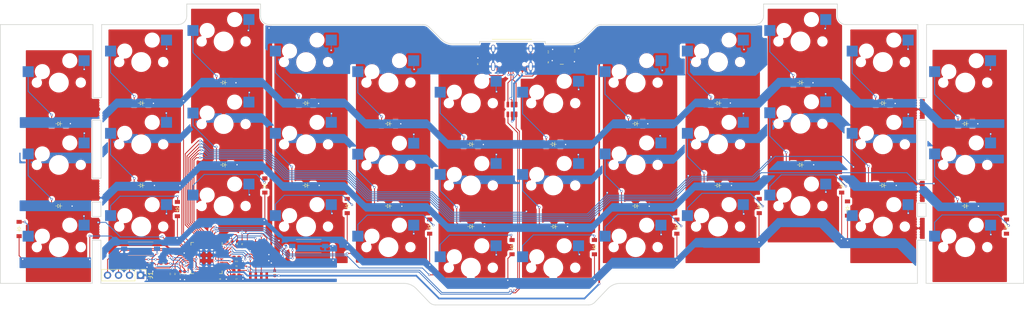
<source format=kicad_pcb>
(kicad_pcb (version 20221018) (generator pcbnew)
  (layers (0 "F.Cu" signal) (31 "B.Cu" signal) (34 "B.Paste" user) (35 "F.Paste" user) (36 "B.SilkS" user "B.Silkscreen") (37 "F.SilkS" user "F.Silkscreen") (38 "B.Mask" user) (39 "F.Mask" user) (44 "Edge.Cuts" user))
  (net 0 "")
  (net 1 "GND")
  (net 2 "Net-(U1-XIN)")
  (net 3 "Net-(C2-Pad2)")
  (net 4 "Net-(U1-RUN)")
  (net 5 "+1V1")
  (net 6 "+3.3V")
  (net 7 "VBUS")
  (net 8 "Row_1")
  (net 9 "Net-(D1-A)")
  (net 10 "Row_2")
  (net 11 "Net-(D2-A)")
  (net 12 "Row_3")
  (net 13 "Net-(D3-A)")
  (net 14 "Net-(D5-A)")
  (net 15 "Net-(D6-A)")
  (net 16 "Net-(D7-A)")
  (net 17 "Net-(D10-A)")
  (net 18 "Net-(D11-A)")
  (net 19 "Net-(D12-A)")
  (net 20 "Net-(D13-A)")
  (net 21 "Net-(D14-A)")
  (net 22 "Net-(D15-A)")
  (net 23 "Net-(D16-A)")
  (net 24 "Net-(D17-A)")
  (net 25 "Net-(D18-A)")
  (net 26 "Net-(D20-A)")
  (net 27 "Net-(D21-A)")
  (net 28 "Net-(D22-A)")
  (net 29 "Net-(D24-A)")
  (net 30 "Net-(D25-A)")
  (net 31 "Net-(D26-A)")
  (net 32 "Net-(D28-A)")
  (net 33 "Net-(D29-A)")
  (net 34 "Net-(D30-A)")
  (net 35 "Net-(D31-A)")
  (net 36 "Net-(D32-A)")
  (net 37 "Net-(D33-A)")
  (net 38 "Net-(D35-A)")
  (net 39 "Net-(D36-A)")
  (net 40 "Net-(D37-A)")
  (net 41 "Net-(D39-A)")
  (net 42 "Net-(D40-A)")
  (net 43 "Net-(D41-A)")
  (net 44 "Net-(D43-A)")
  (net 45 "Net-(D44-A)")
  (net 46 "Net-(D45-A)")
  (net 47 "Net-(J1-Pin_3)")
  (net 48 "Net-(J1-Pin_4)")
  (net 49 "Net-(J3-CC1)")
  (net 50 "Net-(J3-D+-PadA6)")
  (net 51 "Net-(J3-D--PadA7)")
  (net 53 "Net-(J3-CC2)")
  (net 55 "Net-(U1-XOUT)")
  (net 56 "Net-(U1-USB_DP)")
  (net 57 "D+")
  (net 58 "Net-(U1-USB_DM)")
  (net 59 "D-")
  (net 60 "QSPI_SS")
  (net 61 "Net-(R5-Pad2)")
  (net 62 "Col_1")
  (net 63 "Col_2")
  (net 64 "Col_3")
  (net 65 "Col_4")
  (net 66 "Col_5")
  (net 67 "Col_6")
  (net 68 "Col_7")
  (net 69 "Col_8")
  (net 70 "Col_9")
  (net 71 "Col_10")
  (net 72 "Col_11")
  (net 73 "Col_12")
  (net 79 "QSPI_SD3")
  (net 80 "QSPI_SCLK")
  (net 81 "QSPI_SD0")
  (net 82 "QSPI_SD2")
  (net 83 "QSPI_SD1")
  (footprint "weteor:D_SOD-123" (layer "F.Cu") (at 229.95 105.36 90)
    (fp_text reference "D41" hide)
    (fp_text value "D")
  )
  (footprint "weteor:CherryMX_Hotswap" (layer "F.Cu") (at 200.025 71.4375)
    (fp_text reference "SW32" hide)
    (fp_text value "SW_Push" hide)
  )
  (footprint "weteor:CherryMX_Hotswap" (layer "F.Cu") (at 47.625 95.25)
    (fp_text reference "SW3" hide)
    (fp_text value "SW_Push" hide)
  )
  (footprint "weteor:CherryMX_Hotswap" (layer "F.Cu") (at 161.925 80.9625)
    (fp_text reference "SW25" hide)
    (fp_text value "SW_Push" hide)
  )
  (footprint "weteor:R_0402_HandSolder" (layer "F.Cu") (at 144.5 71.9 90)
    (fp_text reference "R7" hide)
    (fp_text value "5.1k")
  )
  (footprint "weteor:CherryMX_Hotswap" (layer "F.Cu") (at 104.775 71.4375)
    (fp_text reference "SW14" hide)
    (fp_text value "SW_Push" hide)
  )
  (footprint "weteor:CherryMX_Hotswap" (layer "F.Cu") (at 66.675 109.5375)
    (fp_text reference "SW8" hide)
    (fp_text value "SW_Push" hide)
  )
  (footprint "weteor:C_0402_HandSolder" (layer "F.Cu") (at 76.7 120.5 -90)
    (fp_text reference "C4" hide)
    (fp_text value "100nF")
  )
  (footprint "weteor:R_0402_HandSolder" (layer "F.Cu") (at 88.7025 119.69)
    (fp_text reference "R4" hide)
    (fp_text value "27R")
  )
  (footprint "weteor:D_SOD-123" (layer "F.Cu") (at 47.625 104.775 180)
    (fp_text reference "D2" hide)
    (fp_text value "D")
  )
  (footprint "weteor:D_SOD-123" (layer "F.Cu") (at 228.6 100.0125 90)
    (fp_text reference "D37" hide)
    (fp_text value "D")
  )
  (footprint "weteor:R_0402_HandSolder" (layer "F.Cu") (at 71.84 118.05 180)
    (fp_text reference "R1" hide)
    (fp_text value "1k")
  )
  (footprint "weteor:CherryMX_Hotswap" (layer "F.Cu") (at 180.975 114.3)
    (fp_text reference "SW31" hide)
    (fp_text value "SW_Push" hide)
  )
  (footprint "RP2040_minimal:RP2040-QFN-56" (layer "F.Cu") (at 81.775 116.825 -90)
    (fp_text reference "U1" hide)
    (fp_text value "RP2040")
  )
  (footprint "kbd:Breakaway_Tabs" (layer "F.Cu") (at 246.32 82.385 90)
    (fp_text reference "REF**")
    (fp_text value "Breakaway_Tabs")
  )
  (footprint "weteor:CherryMX_Hotswap" (layer "F.Cu") (at 66.675 71.4375)
    (fp_text reference "SW6" hide)
    (fp_text value "SW_Push" hide)
  )
  (footprint "weteor:D_SOD-123" (layer "F.Cu") (at 85.725 95.25 180)
    (fp_text reference "D11" hide)
    (fp_text value "D")
  )
  (footprint "weteor:D_SOD-123" (layer "F.Cu") (at 47.625 85.725 180)
    (fp_text reference "D1" hide)
    (fp_text value "D")
  )
  (footprint "weteor:CherryMX_Hotswap" (layer "F.Cu") (at 257.175 114.3)
    (fp_text reference "SW46" hide)
    (fp_text value "SW_Push" hide)
  )
  (footprint "kbd:Breakaway_Tabs" (layer "F.Cu") (at 57.35 82.375 90)
    (fp_text reference "REF**")
    (fp_text value "Breakaway_Tabs")
  )
  (footprint "weteor:D_SOD-123" (layer "F.Cu") (at 66.675 80.9625 180)
    (fp_text reference "D5" hide)
    (fp_text value "D")
  )
  (footprint "weteor:C_0402_HandSolder" (layer "F.Cu") (at 84.9 121.7)
    (fp_text reference "C8" hide)
    (fp_text value "100nF")
  )
  (footprint "Package_TO_SOT_SMD:SOT-23-6" (layer "F.Cu") (at 152.39 82.42 -90)
    (fp_text reference "U3" hide)
    (fp_text value "USBLC6-2SC6")
  )
  (footprint "weteor:D_SOD-123" (layer "F.Cu") (at 66.675 100.0125 180)
    (fp_text reference "D6" hide)
    (fp_text value "D")
  )
  (footprint "weteor:C_0402_HandSolder" (layer "F.Cu") (at 160.8 69.1 90)
    (fp_text reference "C12" hide)
    (fp_text value "1uF")
  )
  (footprint "weteor:CherryMX_Hotswap" (layer "F.Cu") (at 85.725 104.775)
    (fp_text reference "SW12" hide)
    (fp_text value "SW_Push" hide)
  )
  (footprint "weteor:CherryMX_Hotswap" (layer "F.Cu") (at 85.725 85.795)
    (fp_text reference "SW11" hide)
    (fp_text value "SW_Push" hide)
  )
  (footprint "weteor:D_SOD-123" (layer "F.Cu") (at 85.725 76.2 180)
    (fp_text reference "D10" hide)
    (fp_text value "D")
  )
  (footprint "weteor:D_SOD-123" (layer "F.Cu") (at 219.075 95.25 180)
    (fp_text reference "D36" hide)
    (fp_text value "D")
  )
  (footprint "weteor:CherryMX_Hotswap" (layer "F.Cu") (at 142.875 100.0125)
    (fp_text reference "SW22" hide)
    (fp_text value "SW_Push" hide)
  )
  (footprint "weteor:CherryMX_Hotswap" (layer "F.Cu") (at 161.925 100.0125)
    (fp_text reference "SW26" hide)
    (fp_text value "SW_Push" hide)
  )
  (footprint "weteor:CherryMX_Hotswap" (layer "F.Cu") (at 238.125 109.5375)
    (fp_text reference "SW42" hide)
    (fp_text value "SW_Push" hide)
  )
  (footprint "weteor:CherryMX_Hotswap" (layer "F.Cu") (at 200.025 90.4875)
    (fp_text reference "SW33" hide)
    (fp_text value "SW_Push" hide)
  )
  (footprint "weteor:D_SOD-123" (layer "F.Cu") (at 238.125 80.9625 180)
    (fp_text reference "D39" hide)
    (fp_text value "D")
  )
  (footprint "kbd:Breakaway_Tabs" (layer "F.Cu") (at 57.35 109.925 -90)
    (fp_text reference "REF**")
    (fp_text value "Breakaway_Tabs")
  )
  (footprint "kbd:Breakaway_Tabs" (layer "F.Cu") (at 57.35 101.07875 -90)
    (fp_text reference "REF**")
    (fp_text value "Breakaway_Tabs")
  )
  (footprint "weteor:D_SOD-123" (layer "F.Cu") (at 152.4 114.3 90)
    (fp_text reference "D22" hide)
    (fp_text value "D")
  )
  (footprint "weteor:R_0402_HandSolder" (layer "F.Cu") (at 88.7 118.7)
    (fp_text reference "R3" hide)
    (fp_text value "27R")
  )
  (footprint "weteor:CherryMX_Hotswap" (layer "F.Cu") (at 200.025 109.5375)
    (fp_text reference "SW34" hide)
    (fp_text value "SW_Push" hide)
  )
  (footprint "Crystal:Crystal_SMD_2520-4Pin_2.5x2.0mm" (layer "F.Cu") (at 71.1 120.6)
    (fp_text reference "Y1" hide)
    (fp_text value "Crystal_GND24_Small")
  )
  (footprint "weteor:C_0402_HandSolder" (layer "F.Cu") (at 166.9 68.9 90)
    (fp_text reference "C13" hide)
    (fp_text value "1uF")
  )
  (footprint "weteor:C_0402_HandSolder" (layer "F.Cu") (at 87.1 113)
    (fp_text reference "C10" hide)
    (fp_text value "100nF")
  )
  (footprint "weteor:D_SOD-123" (layer "F.Cu") (at 209.55 104.775 90)
    (fp_text reference "D33" hide)
    (fp_text value "D")
  )
  (footprint "weteor:D_SOD-123" (layer "F.Cu") (at 104.775 80.9625 180)
    (fp_text reference "D13" hide)
    (fp_text value "D")
  )
  (footprint "Connector_PinHeader_2.54mm:PinHeader_1x04_P2.54mm_Vertical" (layer "F.Cu") (at 66.51 120.8 -90)
    (fp_text reference "J1")
    (fp_text value "BL_CONN")
  )
  (footprint "weteor:USB C-31-M-12" (layer "F.Cu") (at 152.37 71.9775 180)
    (fp_text reference "J3" hide)
    (fp_text value "USB_C_Receptacle_USB2.0")
  )
  (footprint "weteor:D_SOD-123" (layer "F.Cu") (at 180.975 104.775 180)
    (fp_text reference "D29" hide)
    (fp_text value "D")
  )
  (footprint "weteor:R_0402_HandSolder" (layer "F.Cu") (at 88.9 113.5975 90)
    (fp_text reference "R8" hide)
    (fp_text value "10k")
  )
  (footprint "weteor:CherryMX_Hotswap" (layer "F.Cu") (at 238.125 71.4375)
    (fp_text reference "SW40" hide)
    (fp_text value "SW_Push" hide)
  )
  (footprint "weteor:C_0402_HandSolder" (layer "F.Cu") (at 68.8 121.4 90)
    (fp_text reference "C1" hide)
    (fp_text value "27pF")
  )
  (footprint "weteor:D_SOD-123" (layer "F.Cu") (at 162.1 109.5375 180)
    (fp_text reference "D25" hide)
    (fp_text value "D")
  )
  (footprint "weteor:D_SOD-123" (layer "F.Cu") (at 238.125 100.0125 180)
    (fp_text reference "D40" hide)
    (fp_text value "D")
  )
  (footprint "weteor:D_SOD-123" (layer "F.Cu") (at 266.7 109.5375 90)
    (fp_text reference "D45" hide)
    (fp_text value "D")
  )
  (footprint "weteor:D_SOD-123" (layer "F.Cu") (at 219.075 76.2 180)
    (fp_text reference "D35" hide)
    (fp_text value "D")
  )
  (footprint "weteor:CherryMX_Hotswap" (layer "F.Cu") (at 161.925 119.0625)
    (fp_text reference "SW27" hide)
    (fp_text value "SW_Push" hide)
  )
  (footprint "weteor:CherryMX_Hotswap" (layer "F.Cu") (at 219.075 104.775)
    (fp_text reference "SW38" hide)
    (fp_text value "SW_Push" hide)
  )
  (footprint "weteor:D_SOD-123" (layer "F.Cu") (at 142.875 90.4875 180)
    (fp_text reference "D20" hide)
    (fp_text value "D")
  )
  (footprint "weteor:CherryMX_Hotswap" (layer "F.Cu") (at 257.175 95.25)
    (fp_text reference "SW45" hide)
    (fp_text value "SW_Push" hide)
  )
  (footprint "weteor:D_SOD-123" (layer "F.Cu") (at 190.5 109.5375 90)
    (fp_text reference "D30" hide)
    (fp_text value "D")
  )
  (footprint "weteor:D_SOD-123" (layer "F.Cu") (at 123.825 85.725 180)
    (fp_text reference "D16" hide)
    (fp_text value "D")
  )
  (footprint "weteor:CherryMX_Hotswap" (layer "F.Cu") (at 219.075 66.675)
    (fp_text reference "SW36" hide)
    (fp_text value "SW_Push" hide)
  )
  (footprint "weteor:R_0402_HandSolder" (layer "F.Cu") (at 74.5 120.5025 90)
    (fp_text reference "R2" hide)
    (fp_text value "1k")
  )
  (footprint "weteor:CherryMX_Hotswap" (layer "F.Cu") (at 123.825 95.32)
    (fp_text reference "SW18" hide)
    (fp_text value "SW_Push" hide)
  )
  (footprint "weteor:CherryMX_Hotswap" (layer "F.Cu") (at 47.625 76.2)
    (fp_text reference "SW2" hide)
    (fp_text value "SW_Push" hide)
  )
  (footprint "weteor:D_SOD-123" (layer "F.Cu") (at 123.825 104.775 180)
    (fp_text reference "D17" hide)
    (fp_text value "D")
  )
  (footprint "weteor:CherryMX_Hotswap" (layer "F.Cu") (at 104.775 109.5375)
    (fp_text reference "SW16" hide)
    (fp_text value "SW_Push" hide)
  )
  (footprint "weteor:D_SOD-123" (layer "F.Cu") (at 200.025 100.0125 180)
    (fp_text reference "D32" hide)
    (fp_text value "D")
  )
  (footprint "Package_SO:SOIC-8_5.23x5.23mm_P1.27mm" (layer "F.Cu") (at 93.8 117.3 -90)
    (fp_text reference "U4" hide)
    (fp_text value "W25Q128JVS")
  )
  (footprint "weteor:D_SOD-123" (layer "F.Cu") (at 142.875 109.5375 180)
    (fp_text reference "D21" hide)
    (fp_text value "D")
  )
  (footprint "weteor:CherryMX_Hotswap" (layer "F.Cu") (at 47.625 114.3)
    (fp_text reference "SW4" hide)
    (fp_text value "SW_Push" hide)
  )
  (footprint "weteor:D_SOD-123" (layer "F.Cu") (at 75.04 105.49 90)
    (fp_text reference "D7" hide)
    (fp_text value "D")
  )
  (footprint "weteor:CherryMX_Hotswap" (layer "F.Cu") (at 123.825 76.2)
    (fp_text reference "SW17" hide)
    (fp_text value "SW_Push" hide)
  )
  (footprint "weteor:C_0402_HandSolder" (layer "F.Cu") (at 97.52 120.33 90)
    (fp_text reference "C14" hide)
    (fp_text value "100nF")
  )
  (footprint "weteor:D_SOD-123" (layer "F.Cu") (at 257.175 104.775 180)
    (fp_text reference "D44" hide)
    (fp_text value "D")
  )
  (footprint "weteor:CherryMX_Hotswap" (layer "F.Cu") (at 219.075 85.725)
    (fp_text reference "SW37" hide)
    (fp_text value "SW_Push" hide)
  )
  (footprint "weteor:CherryMX_Hotswap" (layer "F.Cu") (at 66.675 90.4875)
    (fp_text reference "SW7" hide)
    (fp_text value "SW_Push" hide)
  )
  (footprint "weteor:CherryMX_Hotswap" (layer "F.Cu") (at 85.725 66.675)
    (fp_text reference "SW10" hide)
    (fp_text value "SW_Push" hide)
  )
  (footprint "weteor:C_0402_HandSolder" (layer "F.Cu") (at 88.7 117.6)
    (fp_text reference "C11" hide)
    (fp_text value "100nF")
  )
  (footprint "Package_TO_SOT_SMD:SOT-23-3" (layer "F.Cu") (at 164.3 70.4 180)
    (fp_text reference "U2" hide)
    (fp_text value "XC6206PxxxMR")
  )
  (footprint "weteor:D_SOD-123" (layer "F.Cu") (at 257.175 85.725 180)
    (fp_text reference "D43" hide)
    (fp_text value "D")
  )
  (footprint "weteor:D_SOD-123" (layer "F.Cu") (at 104.775 100.0125 180)
    (fp_text reference "D14" hide)
    (fp_text value "D")
  )
  (footprint "weteor:C_0402_HandSolder" (layer "F.Cu") (at 75.7 120.5 -90)
    (fp_text reference "C9" hide)
    (fp_text value "100nF")
  )
  (footprint "weteor:CherryMX_Hotswap" (layer "F.Cu") (at 142.875 80.9625)
    (fp_text reference "SW21" hide)
    (fp_text value "SW_Push" hide)
  )
  (footprint "weteor:D_SOD-123" (layer "F.Cu") (at 180.975 85.725 180)
    (fp_text reference "D28" hide)
    (fp_text value "D")
  )
  (footprint "weteor:D_SOD-123" (layer "F.Cu") (at 171.45 114.3 90)
    (fp_text reference "D26" hide)
    (fp_text value "D")
  )
  (footprint "weteor:C_0402_HandSolder" (layer "F.Cu") (at 88.7 120.7)
    (fp_text reference "C6" hide)
    (fp_text value "1uF")
  )
  (footprint "kbd:Breakaway_Tabs" (layer "F.Cu") (at 246.32 109.935 90)
    (fp_text reference "REF**")
    (fp_text value "Breakaway_Tabs")
  )
  (footprint "weteor:D_SOD-123" (layer "F.Cu") (at 38.45 110.1 90)
    (fp_text reference "D3" hide)
    (fp_text value "D")
  )
  (footprint "weteor:R_0402_HandSolder" (layer "F.Cu") (at 160.8 71.5025 90)
    (fp_text reference "R6" hide)
    (fp_text value "5.1k")
  )
  (footprint "weteor:C_0402_HandSolder" (layer "F.Cu") (at 88.7 116.6)
    (fp_text reference "C5" hide)
    (fp_text value "100nF")
  )
  (footprint "weteor:D_SOD-123" (layer "F.Cu") (at 200.025 80.9625 180)
    (fp_text reference "D31" hide)
    (fp_text value "D")
  )
  (footprint "weteor:CherryMX_Hotswap" (layer "F.Cu") (at 238.125 90.4875)
    (fp_text reference "SW41" hide)
    (fp_text value "SW_Push" hide)
  )
  (footprint "kbd:Breakaway_Tabs" (layer "F.Cu") (at 246.32 101.38375 90)
    (fp_text reference "REF**")
    (fp_text value "Breakaway_Tabs")
  )
  (footprint "weteor:CherryMX_Hotswap" (layer "F.Cu") (at 180.975 95.25)
    (fp_text reference "SW30" hide)
    (fp_text value "SW_Push" hide)
  )
  (footprint "weteor:C_0402_HandSolder" (layer "F.Cu") (at 88.7325 121.7)
    (fp_text reference "C7" hide)
    (fp_text value "1uF")
  )
  (footprint "weteor:C_0402_HandSolder" (layer "F.Cu") (at 68.6 118.07 180)
    (fp_text reference "C3" hide)
    (fp_text value "100nF")
  )
  (footprint "weteor:CherryMX_Hotswap" (layer "F.Cu") (at 142.875 119.0625)
    (fp_text reference "SW23" hide)
    (fp_text value "SW_Push" hide)
  )
  (footprint "weteor:R_0402_HandSolder" (layer "F.Cu") (at 90 113.6 90)
    (fp_text reference "R5" hide)
    (fp_text value "1k")
  )
  (footprint "weteor:CherryMX_Hotswap" (layer "F.Cu") (at 104.775 90.4875)
    (fp_text reference "SW15" hide)
    (fp_text value "SW_Push" hide)
  )
  (footprint "weteor:CherryMX_Hotswap" (layer "F.Cu") (at 257.175 76.2)
    (fp_text reference "SW44" hide)
    (fp_text value "SW_Push" hide)
  )
  (footprint "weteor:D_SOD-123" (layer "F.Cu") (at 95.25 100.0125 90)
    (fp_text reference "D12" hide)
    (fp_text value "D")
  )
  (footprint "weteor:D_SOD-123" (layer "F.Cu") (at 133.35 109.5375 90)
    (fp_text reference "D18" hide)
    (fp_text value "D")
  )
  (footprint "weteor:D_SOD-123" (layer "F.Cu") (at 161.925 90.4875 180)
    (fp_text reference "D24" hide)
    (fp_text value "D")
  )
  (footprint "weteor:C_0402_HandSolder" (layer "F.Cu") (at 73.4 120.5 -90)
    (fp_text reference "C2" hide)
    (fp_text value "27pF")
  )
  (footprint "weteor:D_SOD-123" (layer "F.Cu") (at 114.3 104.775 90)
    (fp_text reference "D15" hide)
    (fp_text value "D")
  )
  (footprint "weteor:CherryMX_Hotswap" (layer "F.Cu") (at 123.825 114.3)
    (fp_text reference "SW19" hide)
    (fp_text value "SW_Push" hide)
  )
  (footprint "weteor:CherryMX_Hotswap" (layer "F.Cu") (at 180.975 76.2)
    (fp_text reference "SW29" hide)
    (fp_text value "SW_Push" hide)
  )
  (footprint "weteor:Micro_Push_Button_3x6x2.5mm" (layer "B.Cu") (at 105.39 114.04 180)
    (fp_text reference "SW48" hide)
    (fp_text value "SW_Push")
  )
  (footprint "weteor:Micro_Push_Button_3x6x2.5mm" (layer "B.Cu") (at 66.53 114.66)
    (fp_text reference "SW1" hide)
    (fp_text value "SW_Push")
  )
  (gr_line locked (start 133.258455 127.06154) (end 130.270173 123.92286) (stroke (width 0.15)) (layer "Edge.Cuts"))
  (gr_line (start 246.12 112.7) (end 246.12 122.68263) (stroke (width 0.15)) (layer "Edge.Cuts"))
  (gr_line (start 248.12 107.2) (end 246.12 107.2) (stroke (width 0.15)) (layer "Edge.Cuts"))
  (gr_line (start 246.22 79.7) (end 246.22 62.768568) (stroke (width 0.15)) (layer "Edge.Cuts"))
  (gr_line locked (start 57.41 98.35) (end 55.41 98.35) (stroke (width 0.15)) (layer "Edge.Cuts"))
  (gr_line locked (start 57.41 84.89625) (end 57.41 98.35) (stroke (width 0.15)) (layer "Edge.Cuts"))
  (gr_line locked (start 55.35 103.85375) (end 55.35 107.2) (stroke (width 0.15)) (layer "Edge.Cuts"))
  (gr_line locked (start 77.199861 58.006849) (end 94.250642 58.006849) (stroke (width 0.15)) (layer "Edge.Cuts"))
  (gr_curve locked (pts (xy 208.549467 62.768568) (xy 209.658967 62.768488) (xy 210.549467 61.8781) (xy 210.549467 60.768568)) (stroke (width 0.15)) (layer "Edge.Cuts"))
  (gr_line (start 144.89 66.7) (end 160.07 66.7) (stroke (width 0.15)) (layer "Edge.Cuts"))
  (gr_curve locked (pts (xy 134.707673 127.68263) (xy 134.159957 127.6824) (xy 133.635692 127.4575) (xy 133.258455 127.06154)) (stroke (width 0.15)) (layer "Edge.Cuts"))
  (gr_line (start 248.12 84.9) (end 248.12 98.64875) (stroke (width 0.15)) (layer "Edge.Cuts"))
  (gr_line locked (start 57.41 84.89625) (end 55.41 84.89625) (stroke (width 0.15)) (layer "Edge.Cuts"))
  (gr_line (start 55.35 122.68263) (end 34.100251 122.68263) (stroke (width 0.15)) (layer "Edge.Cuts"))
  (gr_curve locked (pts (xy 130.270173 123.92286) (xy 129.514394 123.12907) (xy 128.467759 122.68256) (xy 127.373689 122.68263)) (stroke (width 0.15)) (layer "Edge.Cuts"))
  (gr_line locked (start 210.549467 60.768568) (end 210.549467 58.006849) (stroke (width 0.15)) (layer "Edge.Cuts"))
  (gr_curve locked (pts (xy 75.199861 62.768568) (xy 76.309355 62.768488) (xy 77.199853 61.878106) (xy 77.199861 60.768568)) (stroke (width 0.15)) (layer "Edge.Cuts"))
  (gr_line locked (start 57.35 107.2) (end 55.35 107.2) (stroke (width 0.15)) (layer "Edge.Cuts"))
  (gr_line (start 248.12 98.64875) (end 246.12 98.64875) (stroke (width 0.15)) (layer "Edge.Cuts"))
  (gr_line (start 160.07 67.293959) (end 165.981107 67.293959) (stroke (width 0.15)) (layer "Edge.Cuts"))
  (gr_line locked (start 270.699857 62.768568) (end 270.699857 122.68263) (stroke (width 0.15)) (layer "Edge.Cuts"))
  (gr_line locked (start 174.529937 123.92286) (end 171.541657 127.06154) (stroke (width 0.15)) (layer "Edge.Cuts"))
  (gr_line locked (start 96.250642 62.768568) (end 131.809236 62.768568) (stroke (width 0.15)) (layer "Edge.Cuts"))
  (gr_line (start 144.89 67.293959) (end 144.89 66.7) (stroke (width 0.15)) (layer "Edge.Cuts"))
  (gr_curve locked (pts (xy 177.426427 122.68263) (xy 176.332297 122.68256) (xy 175.285737 123.12906) (xy 174.529937 123.92286)) (stroke (width 0.15)) (layer "Edge.Cuts"))
  (gr_line locked (start 57.35 112.7) (end 55.35 112.7) (stroke (width 0.15)) (layer "Edge.Cuts"))
  (gr_line locked (start 57.52 62.768568) (end 57.52 79.68) (stroke (width 0.15)) (layer "Edge.Cuts"))
  (gr_line locked (start 55.35 112.7) (end 55.35 122.68263) (stroke (width 0.15)) (layer "Edge.Cuts"))
  (gr_line locked (start 57.52 79.68) (end 55.52 79.68) (stroke (width 0.15)) (layer "Edge.Cuts"))
  (gr_curve locked (pts (xy 171.576817 63.354506) (xy 171.952047 62.979333) (xy 172.460857 62.768541) (xy 172.990877 62.768568)) (stroke (width 0.15)) (layer "Edge.Cuts"))
  (gr_line locked (start 210.549467 58.006849) (end 227.600247 58.006849) (stroke (width 0.15)) (layer "Edge.Cuts"))
  (gr_line (start 248.22 79.7) (end 246.22 79.7) (stroke (width 0.15)) (layer "Edge.Cuts"))
  (gr_line locked (start 94.250642 58.006849) (end 94.250642 60.768568) (stroke (width 0.15)) (layer "Edge.Cuts"))
  (gr_line (start 248.12 104.14875) (end 246.12 104.14875) (stroke (width 0.15)) (layer "Edge.Cuts"))
  (gr_line (start 246.12 122.68263) (end 177.426427 122.68263) (stroke (width 0.15)) (layer "Edge.Cuts"))
  (gr_line locked (start 57.35 112.7) (end 57.35 122.68263) (stroke (width 0.15)) (layer "Edge.Cuts"))
  (gr_curve locked (pts (xy 94.250642 60.768568) (xy 94.25065 61.878099) (xy 95.141076 62.768488) (xy 96.250642 62.768568)) (stroke (width 0.15)) (layer "Edge.Cuts"))
  (gr_curve locked (pts (xy 171.541657 127.06154) (xy 171.164197 127.45773) (xy 170.639737 127.6824) (xy 170.092437 127.68263)) (stroke (width 0.15)) (layer "Edge.Cuts"))
  (gr_line (start 57.35 103.85375) (end 57.35 107.2) (stroke (width 0.15)) (layer "Edge.Cuts"))
  (gr_curve locked (pts (xy 165.981107 67.293959) (xy 167.042627 67.294319) (xy 168.059307 66.872183) (xy 168.809237 66.122084)) (stroke (width 0.15)) (layer "Edge.Cuts"))
  (gr_line (start 127.373689 122.68263) (end 57.35 122.68263) (stroke (width 0.15)) (layer "Edge.Cuts"))
  (gr_line (start 57.52 62.768568) (end 75.199861 62.768568) (stroke (width 0.15)) (layer "Edge.Cuts"))
  (gr_line locked (start 172.990877 62.768568) (end 208.549467 62.768568) (stroke (width 0.15)) (layer "Edge.Cuts"))
  (gr_line locked (start 55.52 79.68) (end 55.52 62.768568) (stroke (width 0.15)) (layer "Edge.Cuts"))
  (gr_line (start 55.52 62.768568) (end 34.100251 62.768568) (stroke (width 0.15)) (layer "Edge.Cuts"))
  (gr_curve locked (pts (xy 135.990876 66.122084) (xy 136.740883 66.872261) (xy 137.757827 67.294319) (xy 138.819001 67.293959)) (stroke (width 0.15)) (layer "Edge.Cuts"))
  (gr_line locked (start 34.100251 122.68263) (end 34.100251 62.768568) (stroke (width 0.15)) (layer "Edge.Cuts"))
  (gr_line locked (start 57.35 103.85375) (end 55.35 103.85375) (stroke (width 0.15)) (layer "Edge.Cuts"))
  (gr_curve locked (pts (xy 227.600247 60.768568) (xy 227.600247 61.878113) (xy 228.490687 62.768488) (xy 229.600247 62.768568)) (stroke (width 0.15)) (layer "Edge.Cuts"))
  (gr_line (start 248.12 122.68263) (end 270.699857 122.68263) (stroke (width 0.15)) (layer "Edge.Cuts"))
  (gr_line locked (start 133.223298 63.354506) (end 135.990876 66.122084) (stroke (width 0.15)) (layer "Edge.Cuts"))
  (gr_line (start 248.12 104.14875) (end 248.12 107.2) (stroke (width 0.15)) (layer "Edge.Cuts"))
  (gr_line (start 248.12 84.9) (end 246.12 84.9) (stroke (width 0.15)) (layer "Edge.Cuts"))
  (gr_line (start 248.22 62.768568) (end 248.22 79.7) (stroke (width 0.15)) (layer "Edge.Cuts"))
  (gr_line (start 246.12 98.64875) (end 246.12 84.9) (stroke (width 0.15)) (layer "Edge.Cuts"))
  (gr_line (start 144.89 67.293959) (end 138.819001 67.293959) (stroke (width 0.15)) (layer "Edge.Cuts"))
  (gr_line (start 246.12 104.14875) (end 246.12 107.2) (stroke (width 0.15)) (layer "Edge.Cuts"))
  (gr_line (start 248.22 62.768568) (end 270.699857 62.768568) (stroke (width 0.15)) (layer "Edge.Cuts"))
  (gr_line locked (start 55.41 98.35) (end 55.41 84.89625) (stroke (width 0.15)) (layer "Edge.Cuts"))
  (gr_line (start 160.07 66.7) (end 160.07 67.293959) (stroke (width 0.15)) (layer "Edge.Cuts"))
  (gr_line locked (start 227.600247 58.006849) (end 227.600247 60.768568) (stroke (width 0.15)) (layer "Edge.Cuts"))
  (gr_curve locked (pts (xy 131.809236 62.768568) (xy 132.3392 62.768541) (xy 132.848121 62.979392) (xy 133.223298 63.354506)) (stroke (width 0.15)) (layer "Edge.Cuts"))
  (gr_line locked (start 170.092437 127.68263) (end 134.707673 127.68263) (stroke (width 0.15)) (layer "Edge.Cuts"))
  (gr_line (start 229.600247 62.768568) (end 246.22 62.768568) (stroke (width 0.15)) (layer "Edge.Cuts"))
  (gr_line locked (start 168.809237 66.122084) (end 171.576817 63.354506) (stroke (width 0.15)) (layer "Edge.Cuts"))
  (gr_line (start 248.12 112.7) (end 246.12 112.7) (stroke (width 0.15)) (layer "Edge.Cuts"))
  (gr_line locked (start 77.199861 60.768568) (end 77.199861 58.006849) (stroke (width 0.15)) (layer "Edge.Cuts"))
  (gr_line (start 248.12 112.7) (end 248.12 122.68263) (stroke (width 0.15)) (layer "Edge.Cuts"))
  (segment (start 76.7 121.0675) (end 76.7 121.82) (width 0.2) (layer "F.Cu") (net 1))
  (segment (start 68.0325 118.8975) (end 68.01 118.92) (width 0.2) (layer "F.Cu") (net 1))
  (segment (start 87.6675 113) (end 87.6675 112.4075) (width 0.2) (layer "F.Cu") (net 1))
  (segment (start 99.34 116.33) (end 99.38 116.37) (width 0.2) (layer "F.Cu") (net 1))
  (segment (start 167.8175 68.3325) (end 167.82 68.33) (width 0.2) (layer "F.Cu") (net 1))
  (segment (start 110.94 114.04) (end 110.94 117.22) (width 0.2) (layer "F.Cu") (net 1))
  (segment (start 68.8 121.9675) (end 68.1175 121.9675) (width 0.2) (layer "F.Cu") (net 1))
  (segment (start 90.2 120.93) (end 89.97 120.7) (width 0.2) (layer "F.Cu") (net 1))
  (segment (start 97.52 118.74) (end 96.75 117.97) (width 0.2) (layer "F.Cu") (net 1))
  (segment (start 89.962888 116.6) (end 89.976444 116.613556) (width 0.2) (layer "F.Cu") (net 1))
  (segment (start 68.0325 118.07) (end 68.0325 118.8975) (width 0.2) (layer "F.Cu") (net 1))
  (segment (start 152.02 79.87) (end 152.39 80.24) (width 0.2) (layer "F.Cu") (net 1))
  (segment (start 71.75 121.3) (end 70.35 119.9) (width 0.2) (layer "F.Cu") (net 1))
  (segment (start 70.35 119.9) (end 70.225 119.9) (width 0.2) (layer "F.Cu") (net 1))
  (segment (start 78.3375 115.825) (end 76.7695 115.825) (width 0.2) (layer "F.Cu") (net 1))
  (segment (start 73.4 119.788615) (end 73.4 119.9325) (width 0.2) (layer "F.Cu") (net 1))
  (segment (start 85.4675 121.7) (end 86.34 121.7) (width 0.2) (layer "F.Cu") (net 1))
  (segment (start 87.6675 112.4075) (end 87.318556 112.058556) (width 0.2) (layer "F.Cu") (net 1))
  (segment (start 166.9 68.3325) (end 167.8175 68.3325) (width 0.2) (layer "F.Cu") (net 1))
  (segment (start 165.4375 71.35) (end 166.81 71.35) (width 0.2) (layer "F.Cu") (net 1))
  (segment (start 110.94 117.22) (end 111.06 117.34) (width 0.2) (layer "F.Cu") (net 1))
  (segment (start 99.34 115.13) (end 99.34 116.33) (width 0.2) (layer "F.Cu") (net 1))
  (segment (start 166.81 71.35) (end 166.82 71.36) (width 0.2) (layer "F.Cu") (net 1))
  (segment (start 70.225 119.9) (end 69.3595 119.9) (width 0.2) (layer "F.Cu") (net 1))
  (segment (start 161.485 70.905) (end 161.69 71.11) (width 0.2) (layer "F.Cu") (net 1))
  (segment (start 160.8 68.5325) (end 161.7675 68.5325) (width 0.2) (layer "F.Cu") (net 1))
  (segment (start 76.7695 115.825) (end 76.62 115.6755) (width 0.2) (layer "F.Cu") (net 1))
  (segment (start 69.3595 119.9) (end 69.3495 119.89) (width 0.2) (layer "F.Cu") (net 1))
  (segment (start 160.8 70.905) (end 161.485 70.905) (width 0.2) (layer "F.Cu") (net 1))
  (segment (start 152.39 80.24) (end 152.39 81.2825) (width 0.2) (layer "F.Cu") (net 1))
  (segment (start 75.7 121.76) (end 75.69 121.77) (width 0.2) (layer "F.Cu") (net 1))
  (segment (start 91.895 115.145) (end 91.87 115.17) (width 0.2) (layer "F.Cu") (net 1))
  (segment (start 91.895 113.7) (end 91.895 115.145) (width 0.2) (layer "F.Cu") (net 1))
  (segment (start 86.34 121.7) (end 86.35 121.71) (width 0.2) (layer "F.Cu") (net 1))
  (segment (start 149.16 74) (end 149.16 72.91) (width 0.2) (layer "F.Cu") (net 1))
  (segment (start 73.874164 119.314451) (end 73.4 119.788615) (width 0.2) (layer "F.Cu") (net 1))
  (segment (start 89.97 120.7) (end 89.2675 120.7) (width 0.2) (layer "F.Cu") (net 1))
  (segment (start 161.7675 68.5325) (end 161.78 68.52) (width 0.2) (layer "F.Cu") (net 1))
  (segment (start 155.61 74) (end 155.61 72.91) (width 0.2) (layer "F.Cu") (net 1))
  (segment (start 75.7 121.0675) (end 75.7 121.76) (width 0.2) (layer "F.Cu") (net 1))
  (segment (start 68.1175 121.9675) (end 68.05 121.9) (width 0.2) (layer "F.Cu") (net 1))
  (segment (start 97.52 119.7625) (end 97.52 118.74) (width 0.2) (layer "F.Cu") (net 1))
  (segment (start 144.5 71.3025) (end 144.5 70.5) (width 0.2) (layer "F.Cu") (net 1))
  (segment (start 89.3 121.7) (end 90.19 121.7) (width 0.2) (layer "F.Cu") (net 1))
  (segment (start 71.975 121.3) (end 71.75 121.3) (width 0.2) (layer "F.Cu") (net 1))
  (segment (start 89.2675 116.6) (end 89.962888 116.6) (width 0.2) (layer "F.Cu") (net 1))
  (segment (start 89.2675 117.6) (end 90.1 117.6) (width 0.2) (layer "F.Cu") (net 1))
  (segment (start 76.7 121.82) (end 76.69 121.83) (width 0.2) (layer "F.Cu") (net 1))
  (segment (start 100.17 114.3) (end 99.34 115.13) (width 0.2) (layer "F.Cu") (net 1))
  (via (at 86.35 121.71) (size 0.5) (drill 0.3) (layers "F.Cu" "B.Cu") (net 1))
  (via (at 90.2 120.93) (size 0.5) (drill 0.3) (layers "F.Cu" "B.Cu") (net 1))
  (via (at 89.976444 116.613556) (size 0.5) (drill 0.3) (layers "F.Cu" "B.Cu") (net 1))
  (via (at 68.01 118.92) (size 0.5) (drill 0.3) (layers "F.Cu" "B.Cu") (net 1))
  (via (at 167.82 68.33) (size 0.5) (drill 0.3) (layers "F.Cu" "B.Cu") (net 1))
  (via (at 161.78 68.52) (size 0.5) (drill 0.3) (layers "F.Cu" "B.Cu") (net 1))
  (via (at 87.318556 112.058556) (size 0.5) (drill 0.3) (layers "F.Cu" "B.Cu") (net 1))
  (via (at 144.5 70.5) (size 0.5) (drill 0.3) (layers "F.Cu" "B.Cu") (net 1))
  (via (at 75.69 121.77) (size 0.5) (drill 0.3) (layers "F.Cu" "B.Cu") (net 1))
  (via (at 68.05 121.9) (size 0.5) (drill 0.3) (layers "F.Cu" "B.Cu") (net 1))
  (via (at 90.1 117.6) (size 0.5) (drill 0.3) (layers "F.Cu" "B.Cu") (net 1))
  (via (at 96.75 117.97) (size 0.5) (drill 0.3) (layers "F.Cu" "B.Cu") (net 1))
  (via (at 161.69 71.11) (size 0.5) (drill 0.3) (layers "F.Cu" "B.Cu") (net 1))
  (via (at 76.69 121.83) (size 0.5) (drill 0.3) (layers "F.Cu" "B.Cu") (net 1))
  (via (at 96.18 116.03) (size 0.5) (drill 0.3) (layers "F.Cu" "B.Cu") (net 1))
  (via (at 111.06 117.34) (size 0.5) (drill 0.3) (layers "F.Cu" "B.Cu") (net 1))
  (via (at 152.02 79.87) (size 0.5) (drill 0.3) (layers "F.Cu" "B.Cu") (net 1))
  (via (at 110.94 114.04) (size 0.5) (drill 0.3) (layers "F.Cu" "B.Cu") (net 1))
  (via (at 100.17 114.3) (size 0.5) (drill 0.3) (layers "F.Cu" "B.Cu") (net 1))
  (via (at 69.3495 119.89) (size 0.5) (drill 0.3) (layers "F.Cu" "B.Cu") (net 1))
  (via (at 155.61 74) (size 0.5) (drill 0.3) (layers "F.Cu" "B.Cu") (net 1))
  (via (at 99.38 116.37) (size 0.5) (drill 0.3) (layers "F.Cu" "B.Cu") (net 1))
  (via (at 96.23 63.57) (size 0.5) (drill 0.3) (layers "F.Cu" "B.Cu") (net 1))
  (via (at 149.16 74) (size 0.5) (drill 0.3) (layers "F.Cu" "B.Cu") (net 1))
  (via (at 96.15 117.43) (size 0.5) (drill 0.3) (layers "F.Cu" "B.Cu") (net 1))
  (via (at 91.87 115.17) (size 0.5) (drill 0.3) (layers "F.Cu" "B.Cu") (net 1))
  (via (at 76.62 115.6755) (size 0.5) (drill 0.3) (layers "F.Cu" "B.Cu") (net 1))
  (via (at 166.82 71.36) (size 0.5) (drill 0.3) (layers "F.Cu" "B.Cu") (net 1))
  (via (at 73.874164 119.314451) (size 0.5) (drill 0.3) (layers "F.Cu" "B.Cu") (net 1))
  (via (at 90.19 121.7) (size 0.5) (drill 0.3) (layers "F.Cu" "B.Cu") (net 1))
  (segment (start 152.02 79.87) (end 152.35 79.54) (width 0.2) (layer "B.Cu") (net 1))
  (segment (start 152.35 79.54) (end 152.35 75.64) (width 0.2) (layer "B.Cu") (net 1))
  (segment (start 152.35 75.64) (end 153.57 74.42) (width 0.2) (layer "B.Cu") (net 1))
  (segment (start 153.57 74.42) (end 153.57 72.78) (width 0.2) (layer "B.Cu") (net 1))
  (segment (start 74.1 118.28) (end 73.28 119.1) (width 0.2) (layer "F.Cu") (net 2))
  (segment (start 69.925 121) (end 70.225 121.3) (width 0.2) (layer "F.Cu") (net 2))
  (segment (start 69.35 119.1) (end 68.8 119.65) (width 0.2) (layer "F.Cu") (net 2))
  (segment (start 68.8 119.65) (end 68.8 120.8325) (width 0.2) (layer "F.Cu") (net 2))
  (segment (start 73.28 119.1) (end 69.35 119.1) (width 0.2) (layer "F.Cu") (net 2))
  (segment (start 68.9675 121) (end 69.925 121) (width 0.2) (layer "F.Cu") (net 2))
  (segment (start 68.8 120.8325) (end 68.9675 121) (width 0.2) (layer "F.Cu") (net 2))
  (segment (start 75.345 116.225) (end 74.1 117.47) (width 0.2) (layer "F.Cu") (net 2))
  (segment (start 74.1 117.47) (end 74.1 118.28) (width 0.2) (layer "F.Cu") (net 2))
  (segment (start 78.3375 116.225) (end 75.345 116.225) (width 0.2) (layer "F.Cu") (net 2))
  (segment (start 73.4325 121.1) (end 73.4 121.0675) (width 0.2) (layer "F.Cu") (net 3))
  (segment (start 72.2325 119.9) (end 73.4 121.0675) (width 0.2) (layer "F.Cu") (net 3))
  (segment (start 71.975 119.9) (end 72.2325 119.9) (width 0.2) (layer "F.Cu") (net 3))
  (segment (start 74.5 121.1) (end 73.4325 121.1) (width 0.2) (layer "F.Cu") (net 3))
  (segment (start 77.53 118.900025) (end 77.805025 118.625) (width 0.2) (layer "F.Cu") (net 4))
  (segment (start 77.805025 118.625) (end 78.3375 118.625) (width 0.2) (layer "F.Cu") (net 4))
  (segment (start 77.53 119.8995) (end 77.53 118.900025) (width 0.2) (layer "F.Cu") (net 4))
  (segment (start 70.33 115.71) (end 69.1675 116.8725) (width 0.2) (layer "F.Cu") (net 4))
  (segment (start 70.21 118.5505) (end 69.7295 118.07) (width 0.2) (layer "F.Cu") (net 4))
  (segment (start 69.7295 118.07) (end 69.1675 118.07) (width 0.2) (layer "F.Cu") (net 4))
  (segment (start 77.4595 119.97) (end 77.53 119.8995) (width 0.2) (layer "F.Cu") (net 4))
  (segment (start 70.7105 118.05) (end 70.21 118.5505) (width 0.2) (layer "F.Cu") (net 4))
  (segment (start 71.2425 118.05) (end 70.7105 118.05) (width 0.2) (layer "F.Cu") (net 4))
  (segment (start 69.1675 116.8725) (end 69.1675 118.07) (width 0.2) (layer "F.Cu") (net 4))
  (via (at 77.4595 119.97) (size 0.5) (drill 0.3) (layers "F.Cu" "B.Cu") (net 4))
  (via (at 70.33 115.71) (size 0.5) (drill 0.3) (layers "F.Cu" "B.Cu") (net 4))
  (via (at 70.21 118.5505) (size 0.5) (drill 0.3) (layers "F.Cu" "B.Cu") (net 4))
  (segment (start 70.4195 118.76) (end 75.04 118.76) (width 0.2) (layer "B.Cu") (net 4))
  (segment (start 76.25 119.97) (end 77.4595 119.97) (width 0.2) (layer "B.Cu") (net 4))
  (segment (start 70.33 115.71) (end 70.34 115.7) (width 0.2) (layer "B.Cu") (net 4))
  (segment (start 75.04 118.76) (end 76.25 119.97) (width 0.2) (layer "B.Cu") (net 4))
  (segment (start 70.34 115.7) (end 70.34 114.23) (width 0.2) (layer "B.Cu") (net 4))
  (segment (start 70.21 118.5505) (end 70.4195 118.76) (width 0.2) (layer "B.Cu") (net 4))
  (segment (start 78.869975 117.425) (end 79.4 117.955025) (width 0.2) (layer "F.Cu") (net 5))
  (segment (start 88.1075 116.625) (end 85.2125 116.625) (width 0.2) (layer "F.Cu") (net 5))
  (segment (start 84.475 118.625) (end 84.475 116.625) (width 0.2) (layer "F.Cu") (net 5))
  (segment (start 76.7 119.42) (end 76.7 119.9325) (width 0.2) (layer "F.Cu") (net 5))
  (segment (start 76.14 118.86) (end 76.7 119.42) (width 0.2) (layer "F.Cu") (net 5))
  (segment (start 76.640686 117.425) (end 76.14 117.925686) (width 0.2) (layer "F.Cu") (net 5))
  (segment (start 87.4 120.7) (end 87.3 120.6) (width 0.2) (layer "F.Cu") (net 5))
  (segment (start 79.4 118.622182) (end 79.777818 119) (width 0.2) (layer "F.Cu") (net 5))
  (segment (start 84.475 118.625) (end 85.2125 118.625) (width 0.2) (layer "F.Cu") (net 5))
  (segment (start 88.1325 120.7) (end 87.4 120.7) (width 0.2) (layer "F.Cu") (net 5))
  (segment (start 79.4 117.955025) (end 79.4 118.622182) (width 0.2) (layer "F.Cu") (net 5))
  (segment (start 86.193628 118.625) (end 85.2125 118.625) (width 0.2) (layer "F.Cu") (net 5))
  (segment (start 88.1325 116.6) (end 88.1075 116.625) (width 0.2) (layer "F.Cu") (net 5))
  (segment (start 87.3 119.731372) (end 86.193628 118.625) (width 0.2) (layer "F.Cu") (net 5))
  (segment (start 85.2125 116.625) (end 84.475 116.625) (width 0.2) (layer "F.Cu") (net 5))
  (segment (start 79.777818 119) (end 84.1 119) (width 0.2) (layer "F.Cu") (net 5))
  (segment (start 78.3375 117.425) (end 78.869975 117.425) (width 0.2) (layer "F.Cu") (net 5))
  (segment (start 78.3375 117.425) (end 76.640686 117.425) (width 0.2) (layer "F.Cu") (net 5))
  (segment (start 87.3 120.6) (end 87.3 119.731372) (width 0.2) (layer "F.Cu") (net 5))
  (segment (start 84.1 119) (end 84.475 118.625) (width 0.2) (layer "F.Cu") (net 5))
  (segment (start 76.14 117.925686) (end 76.14 118.86) (width 0.2) (layer "F.Cu") (net 5))
  (segment (start 84.375 119.43) (end 84.37 119.425) (width 0.2) (layer "F.Cu") (net 6))
  (segment (start 80.775 113.3875) (end 80.775 114.175) (width 0.2) (layer "F.Cu") (net 6))
  (segment (start 172.55 70.91) (end 171.1075 69.4675) (width 0.4) (layer "F.Cu") (net 6))
  (segment (start 80.775 114.175) (end 80.78 114.18) (width 0.2) (layer "F.Cu") (net 6))
  (segment (start 166.9 69.4675) (end 165.455 69.4675) (width 0.4) (layer "F.Cu") (net 6))
  (segment (start 84.375 120.2625) (end 84.375 121.6575) (width 0.2) (layer "F.Cu") (net 6))
  (segment (start 86.5325 112.0675) (end 87.2 111.4) (width 0.2) (layer "F.Cu") (net 6))
  (segment (start 87.025 117.425) (end 85.2125 117.425) (width 0.2) (layer "F.Cu") (net 6))
  (segment (start 75.316444 118.183556) (end 76.475 117.025) (width 0.2) (layer "F.Cu") (net 6))
  (segment (start 84.37 119.425) (end 80.8 119.425) (width 0.2) (layer "F.Cu") (net 6))
  (segment (start 84.7625 113) (end 86.5325 113) (width 0.2) (layer "F.Cu") (net 6))
  (segment (start 83.9 115.9) (end 83.9 117.4) (width 0.2) (layer "F.Cu") (net 6))
  (segment (start 79.4 114.27) (end 79.495 114.175) (width 0.2) (layer "F.Cu") (net 6))
  (segment (start 79.375 117.025) (end 79.4 117) (width 0.2) (layer "F.Cu") (net 6))
  (segment (start 65.17 117.14) (end 63.97 118.34) (width 0.2) (layer "F.Cu") (net 6))
  (segment (start 86.5325 113) (end 86.5325 112.0675) (width 0.2) (layer "F.Cu") (net 6))
  (segment (start 79.425 119.425) (end 79.3 119.3) (width 0.2) (layer "F.Cu") (net 6))
  (segment (start 80.78 114.18) (end 84.355 114.18) (width 0.2) (layer "F.Cu") (net 6))
  (segment (start 88.6 111.4) (end 88.9 111.7) (width 0.2) (layer "F.Cu") (net 6))
  (segment (start 80.775 119.45) (end 80.8 119.425) (width 0.2) (layer "F.Cu") (net 6))
  (segment (start 80.775 120.2625) (end 80.775 119.45) (width 0.2) (layer "F.Cu") (net 6))
  (segment (start 86.6 120.24) (end 86.6 119.597058) (width 0.2) (layer "F.Cu") (net 6))
  (segment (start 97.5325 120.91) (end 97.52 120.8975) (width 0.4) (layer "F.Cu") (net 6))
  (segment (start 75.316444 118.183556) (end 75.293556 118.183556) (width 0.2) (layer "F.Cu") (net 6))
  (segment (start 88.9 111.7) (end 88.9 113) (width 0.2) (layer "F.Cu") (net 6))
  (segment (start 79.495 114.175) (end 80.775 114.175) (width 0.2) (layer "F.Cu") (net 6))
  (segment (start 63.97 118.34) (end 63.97 120.8) (width 0.2) (layer "F.Cu") (net 6))
  (segment (start 87.2 111.4) (end 88.6 111.4) (width 0.2) (layer "F.Cu") (net 6))
  (segment (start 171.1075 69.4675) (end 166.9 69.4675) (width 0.4) (layer "F.Cu") (net 6))
  (segment (start 85.2125 119.425) (end 85.2125 119.025) (width 0.2) (layer "F.Cu") (net 6))
  (segment (start 80.8 119.425) (end 79.425 119.425) (width 0.2) (layer "F.Cu") (net 6))
  (segment (start 84.375 113.3875) (end 84.7625 113) (width 0.2) (layer "F.Cu") (net 6))
  (segment (start 95.705 120.9) (end 97.5175 120.9) (width 0.2) (layer "F.Cu") (net 6))
  (segment (start 97.5175 120.9) (end 97.52 120.8975) (width 0.2) (layer "F.Cu") (net 6))
  (segment (start 86.027942 119.025) (end 85.2125 119.025) (width 0.2) (layer "F.Cu") (net 6))
  (segment (start 71.5275 117.14) (end 70.01 117.14) (width 0.2) (layer "F.Cu") (net 6))
  (segment (start 78.3375 117.025) (end 79.375 117.025) (width 0.2) (layer "F.Cu") (net 6))
  (segment (start 88.1325 117.6) (end 87.2 117.6) (width 0.2) (layer "F.Cu") (net 6))
  (segment (start 84.375 121.6575) (end 84.3325 121.7) (width 0.2) (layer "F.Cu") (net 6))
  (segment (start 85.2125 117.025) (end 85.2125 117.425) (width 0.2) (layer "F.Cu") (net 6))
  (segment (start 86.6 120.24) (end 86.6 120.6) (width 0.2) (layer "F.Cu") (net 6))
  (segment (start 72.4375 118.05) (end 71.5275 117.14) (width 0.2) (layer "F.Cu") (net 6))
  (segment (start 84.375 120.2625) (end 84.375 119.43) (width 0.2) (layer "F.Cu") (net 6))
  (segment (start 85.2125 119.425) (end 84.37 119.425) (width 0.2) (layer "F.Cu") (net 6))
  (segment (start 75.7 118.59) (end 75.293556 118.183556) (width 0.2) (layer "F.Cu") (net 6))
  (segment (start 84.375 115.425) (end 83.9 115.9) (width 0.2) (layer "F.Cu") (net 6))
  (segment (start 87.7 121.7) (end 88.165 121.7) (width 0.2) (layer "F.Cu") (net 6))
  (segment (start 73.4 118.06) (end 72.4475 118.06) (width 0.2) (layer "F.Cu") (net 6))
  (segment (start 84.375 113.3875) (end 84.375 115.425) (width 0.2) (layer "F.Cu") (net 6))
  (segment (start 98.49 120.91) (end 97.5325 120.91) (width 0.4) (layer "F.Cu") (net 6))
  (segment (start 72.4475 118.06) (end 72.4375 118.05) (width 0.2) (layer "F.Cu") (net 6))
  (segment (start 75.7 119.9325) (end 75.7 118.59) (width 0.2) (layer "F.Cu") (net 6))
  (segment (start 86.6 120.6) (end 87.7 121.7) (width 0.2) (layer "F.Cu") (net 6))
  (segment (start 86.6 119.597058) (end 86.027942 119.025) (width 0.2) (layer "F.Cu") (net 6))
  (segment (start 79.4 117) (end 79.4 114.27) (width 0.2) (layer "F.Cu") (net 6))
  (segment (start 87.2 117.6) (end 87.025 117.425) (width 0.2) (layer "F.Cu") (net 6))
  (segment (start 172.55 122.79) (end 172.55 70.91) (width 0.4) (layer "F.Cu") (net 6))
  (segment (start 68.32 117.14) (end 65.17 117.14) (width 0.2) (layer "F.Cu") (net 6))
  (segment (start 165.455 69.4675) (end 165.4375 69.45) (width 0.4) (layer "F.Cu") (net 6))
  (segment (start 78.3375 117.025) (end 76.475 117.025) (width 0.2) (layer "F.Cu") (net 6))
  (via (at 70.01 117.14) (size 0.5) (drill 0.3) (layers "F.Cu" "B.Cu") (net 6))
  (via (at 86.6 120.24) (size 0.5) (drill 0.3) (layers "F.Cu" "B.Cu") (net 6))
  (via (at 68.32 117.14) (size 0.5) (drill 0.3) (layers "F.Cu" "B.Cu") (net 6))
  (via (at 79.3 119.3) (size 0.5) (drill 0.3) (layers "F.Cu" "B.Cu") (net 6))
  (via (at 172.55 122.79) (size 0.5) (drill 0.3) (layers "F.Cu" "B.Cu") (net 6))
  (via (at 75.293556 118.183556) (size 0.5) (drill 0.3) (layers "F.Cu" "B.Cu") (net 6))
  (via (at 79.4 117) (size 0.5) (drill 0.3) (layers "F.Cu" "B.Cu") (net 6))
  (via (at 73.4 118.06) (size 0.5) (drill 0.3) (layers "F.Cu" "B.Cu") (net 6))
  (via (at 87.2 117.6) (size 0.5) (drill 0.3) (layers "F.Cu" "B.Cu") (net 6))
  (via (at 98.49 120.91) (size 0.5) (drill 0.3) (layers "F.Cu" "B.Cu") (net 6))
  (via (at 83.9 117.4) (size 0.5) (drill 0.3) (layers "F.Cu" "B.Cu") (net 6))
  (segment (start 130.25 120.91) (end 98.49 120.91) (width 0.4) (layer "B.Cu") (net 6))
  (segment (start 75.293556 118.183556) (end 73.523556 118.183556) (width 0.2) (layer "B.Cu") (net 6))
  (segment (start 91.229239 120.91) (end 98.49 120.91) (width 0.4) (layer "B.Cu") (net 6))
  (segment (start 79.3 117.1) (end 79.4 117) (width 0.2) (layer "B.Cu") (net 6))
  (segment (start 86.77 120.07) (end 90.389239 120.07) (width 0.4) (layer "B.Cu") (net 6))
  (segment (start 86.6 120.24) (end 86.77 120.07) (width 0.4) (layer "B.Cu") (net 6))
  (segment (start 79.3 119.3) (end 79.3 117.1) (width 0.2) (layer "B.Cu") (net 6))
  (segment (start 90.389239 120.07) (end 91.229239 120.91) (width 0.4) (layer "B.Cu") (net 6))
  (segment (start 83.9 117.4) (end 87 117.4) (width 0.2) (layer "B.Cu") (net 6))
  (segment (start 73.523556 118.183556) (end 73.4 118.06) (width 0.2) (layer "B.Cu") (net 6))
  (segment (start 70.01 117.14) (end 68.32 117.14) (width 0.2) (layer "B.Cu") (net 6))
  (segment (start 87 117.4) (end 87.2 117.6) (width 0.2) (layer "B.Cu") (net 6))
  (segment (start 135.54 126.2) (end 130.25 120.91) (width 0.4) (layer "B.Cu") (net 6))
  (segment (start 169.14 126.2) (end 135.54 126.2) (width 0.4) (layer "B.Cu") (net 6))
  (segment (start 172.55 122.79) (end 169.14 126.2) (width 0.4) (layer "B.Cu") (net 6))
  (segment (start 151.2525 69.6675) (end 155.9325 69.6675) (width 0.4) (layer "F.Cu") (net 7))
  (segment (start 154.85 70.75) (end 155.9325 69.6675) (width 0.4) (layer "F.Cu") (net 7))
  (segment (start 154.82 73.0475) (end 154.82 74.0305) (width 0.2) (layer "F.Cu") (net 7))
  (segment (start 162.2 70.4) (end 163.1625 70.4) (width 0.4) (layer "F.Cu") (net 7))
  (segment (start 154.61 72.8375) (end 154.61 70.99) (width 0.2) (layer "F.Cu") (net 7))
  (segment (start 149.92 73.0475) (end 150.17 72.7975) (width 0.2) (layer "F.Cu") (net 7))
  (segment (start 152.41 85.175) (end 152.41 83.55) (width 0.4) (layer "F.Cu") (net 7))
  (segment (start 160.8 69.6675) (end 161.4675 69.6675) (width 0.4) (layer "F.Cu") (net 7))
  (segment (start 154.61 70.99) (end 154.85 70.75) (width 0.2) (layer "F.Cu") (net 7))
  (segment (start 150.17 70.75) (end 151.2525 69.6675) (width 0.4) (layer "F.Cu") (net 7))
  (segment (start 155.9325 69.6675) (end 160.8 69.6675) (width 0.4) (layer "F.Cu") (net 7))
  (segment (start 150.17 72.7975) (end 150.17 70.75) (width 0.2) (layer "F.Cu") (net 7))
  (segment (start 161.4675 69.6675) (end 162.2 70.4) (width 0.4) (layer "F.Cu") (net 7))
  (segment (start 154.82 74.0305) (end 154.7 74.1505) (width 0.2) (layer "F.Cu") (net 7))
  (segment (start 154.82 73.0475) (end 154.61 72.8375) (width 0.2) (layer "F.Cu") (net 7))
  (via (at 152.41 85.175) (size 0.5) (drill 0.3) (layers "F.Cu" "B.Cu") (net 7))
  (via (at 154.7 74.1505) (size 0.5) (drill 0.3) (layers "F.Cu" "B.Cu") (net 7))
  (segment (start 154.7 74.54) (end 152.85 76.39) (width 0.4) (layer "B.Cu") (net 7))
  (segment (start 154.7 74.1505) (end 154.7 74.54) (width 0.4) (layer "B.Cu") (net 7))
  (segment (start 152.85 84.735) (end 152.41 85.175) (width 0.4) (layer "B.Cu") (net 7))
  (segment (start 152.85 76.39) (end 152.85 84.735) (width 0.4) (layer "B.Cu") (net 7))
  (segment (start 201.7 80.9) (end 202.8375 80.9) (width 0.2) (layer "F.Cu") (net 8))
  (segment (start 182.6 85.7) (end 183.7375 85.7) (width 0.2) (layer "F.Cu") (net 8))
  (segment (start 50.275 85.725) (end 50.3 85.7) (width 0.2) (layer "F.Cu") (net 8))
  (segment (start 220.8 76.2) (end 221.9375 76.2) (width 0.2) (layer "F.Cu") (net 8))
  (segment (start 163.6 90.5) (end 164.7375 90.5) (width 0.2) (layer "F.Cu") (net 8))
  (segment (start 258.9 85.7) (end 260.0375 85.7) (width 0.2) (layer "F.Cu") (net 8))
  (segment (start 69.4625 80.9625) (end 69.5 81) (width 0.2) (layer "F.Cu") (net 8))
  (segment (start 125.5 85.7) (end 126.6375 85.7) (width 0.2) (layer "F.Cu") (net 8))
  (segment (start 87.4 76.2) (end 88.5375 76.2) (width 0.2) (layer "F.Cu") (net 8))
  (segment (start 106.5 81) (end 107.6375 81) (width 0.2) (layer "F.Cu") (net 8))
  (segment (start 68.325 80.9625) (end 69.4625 80.9625) (width 0.2) (layer "F.Cu") (net 8))
  (segment (start 49.275 85.725) (end 50.275 85.725) (width 0.2) (layer "F.Cu") (net 8))
  (segment (start 76.46 80.42) (end 76.46 111.76) (width 0.2) (layer "F.Cu") (net 8))
  (segment (start 239.8 81) (end 240.9375 81) (width 0.2) (layer "F.Cu") (net 8))
  (segment (start 78.0875 113.3875) (end 79.175 113.3875) (width 0.2) (layer "F.Cu") (net 8))
  (segment (start 144.6 90.5) (end 145.7375 90.5) (width 0.2) (layer "F.Cu") (net 8))
  (segment (start 76.46 111.76) (end 78.0875 113.3875) (width 0.2) (layer "F.Cu") (net 8))
  (via (at 240.975 81.0375) (size 0.5) (drill 0.3) (layers "F.Cu" "B.Cu") (net 8))
  (via (at 69.5 81) (size 0.5) (drill 0.3) (layers "F.Cu" "B.Cu") (net 8))
  (via (at 76.46 80.42) (size 0.5) (drill 0.3) (layers "F.Cu" "B.Cu") (net 8))
  (via (at 145.775 90.5375) (size 0.5) (drill 0.3) (layers "F.Cu" "B.Cu") (net 8))
  (via (at 260.075 85.7375) (size 0.5) (drill 0.3) (layers "F.Cu" "B.Cu") (net 8))
  (via (at 88.575 76.2375) (size 0.5) (drill 0.3) (layers "F.Cu" "B.Cu") (net 8))
  (via (at 221.975 76.2375) (size 0.5) (drill 0.3) (layers "F.Cu" "B.Cu") (net 8))
  (via (at 164.775 90.5375) (size 0.5) (drill 0.3) (layers "F.Cu" "B.Cu") (net 8))
  (via (at 126.675 85.7375) (size 0.5) (drill 0.3) (layers "F.Cu" "B.Cu") (net 8))
  (via (at 202.875 80.9375) (size 0.5) (drill 0.3) (layers "F.Cu" "B.Cu") (net 8))
  (via (at 50.3 85.7) (size 0.5) (drill 0.3) (layers "F.Cu" "B.Cu") (net 8))
  (via (at 107.675 81.0375) (size 0.5) (drill 0.3) (layers "F.Cu" "B.Cu") (net 8))
  (via (at 183.775 85.7375) (size 0.5) (drill 0.3) (layers "F.Cu" "B.Cu") (net 8))
  (segment (start 46 83.7) (end 45.975 83.725) (width 0.2) (layer "F.Cu") (net 9))
  (segment (start 45.975 83.725) (end 45.975 85.725) (width 0.2) (layer "F.Cu") (net 9))
  (via (at 46 83.7) (size 0.5) (drill 0.3) (layers "F.Cu" "B.Cu") (net 9))
  (segment (start 40.54 78.24) (end 40.54 73.66) (width 0.2) (layer "B.Cu") (net 9))
  (segment (start 40.54 78.24) (end 46 83.7) (width 0.2) (layer "B.Cu") (net 9))
  (segment (start 125.5 104.8) (end 126.9 104.8) (width 0.2) (layer "F.Cu") (net 10))
  (segment (start 68.3 100) (end 69.7 100) (width 0.2) (layer "F.Cu") (net 10))
  (segment (start 88.8 95.2) (end 88.825 95.225) (width 0.2) (layer "F.Cu") (net 10))
  (segment (start 184.1 104.8) (end 184.125 104.825) (width 0.2) (layer "F.Cu") (net 10))
  (segment (start 182.7 104.8) (end 184.1 104.8) (width 0.2) (layer "F.Cu") (net 10))
  (segment (start 258.8 104.8) (end 260.2 104.8) (width 0.2) (layer "F.Cu") (net 10))
  (segment (start 50.675 104.775) (end 50.7 104.8) (width 0.2) (layer "F.Cu") (net 10))
  (segment (start 77.74 114.225) (end 78.3375 114.225) (width 0.2) (layer "F.Cu") (net 10))
  (segment (start 76.06 100.49) (end 76.06 112.545) (width 0.2) (layer "F.Cu") (net 10))
  (segment (start 165.2 109.5) (end 165.225 109.525) (width 0.2) (layer "F.Cu") (net 10))
  (segment (start 239.8 100) (end 241.2 100) (width 0.2) (layer "F.Cu") (net 10))
  (segment (start 203.1 100) (end 203.125 100.025) (width 0.2) (layer "F.Cu") (net 10))
  (segment (start 222.1 95.2) (end 222.125 95.225) (width 0.2) (layer "F.Cu") (net 10))
  (segment (start 49.275 104.775) (end 50.675 104.775) (width 0.2) (layer "F.Cu") (net 10))
  (segment (start 163.8 109.5) (end 165.2 109.5) (width 0.2) (layer "F.Cu") (net 10))
  (segment (start 75.62 100.05) (end 76.06 100.49) (width 0.2) (layer "F.Cu") (net 10))
  (segment (start 241.2 100) (end 241.225 100.025) (width 0.2) (layer "F.Cu") (net 10))
  (segment (start 220.7 95.2) (end 222.1 95.2) (width 0.2) (layer "F.Cu") (net 10))
  (segment (start 87.4 95.2) (end 88.8 95.2) (width 0.2) (layer "F.Cu") (net 10))
  (segment (start 144.6 109.5) (end 146 109.5) (width 0.2) (layer "F.Cu") (net 10))
  (segment (start 106.4 100) (end 107.8 100) (width 0.2) (layer "F.Cu") (net 10))
  (segment (start 107.8 100) (end 107.825 100.025) (width 0.2) (layer "F.Cu") (net 10))
  (segment (start 201.7 100) (end 203.1 100) (width 0.2) (layer "F.Cu") (net 10))
  (segment (start 126.9 104.8) (end 126.925 104.825) (width 0.2) (layer "F.Cu") (net 10))
  (segment (start 260.2 104.8) (end 260.225 104.825) (width 0.2) (layer "F.Cu") (net 10))
  (segment (start 146 109.5) (end 146.025 109.525) (width 0.2) (layer "F.Cu") (net 10))
  (segment (start 76.06 112.545) (end 77.74 114.225) (width 0.2) (layer "F.Cu") (net 10))
  (segment (start 69.7 100) (end 69.725 100.025) (width 0.2) (layer "F.Cu") (net 10))
  (via (at 88.825 95.225) (size 0.5) (drill 0.3) (layers "F.Cu" "B.Cu") (net 10))
  (via (at 260.225 104.825) (size 0.5) (drill 0.3) (layers "F.Cu" "B.Cu") (net 10))
  (via (at 126.925 104.825) (size 0.5) (drill 0.3) (layers "F.Cu" "B.Cu") (net 10))
  (via (at 50.7 104.8) (size 0.5) (drill 0.3) (layers "F.Cu" "B.Cu") (net 10))
  (via (at 203.125 100.025) (size 0.5) (drill 0.3) (layers "F.Cu" "B.Cu") (net 10))
  (via (at 165.225 109.525) (size 0.5) (drill 0.3) (layers "F.Cu" "B.Cu") (net 10))
  (via (at 184.125 104.825) (size 0.5) (drill 0.3) (layers "F.Cu" "B.Cu") (net 10))
  (via (at 241.225 100.025) (size 0.5) (drill 0.3) (layers "F.Cu" "B.Cu") (net 10))
  (via (at 146.025 109.525) (size 0.5) (drill 0.3) (layers "F.Cu" "B.Cu") (net 10))
  (via (at 107.825 100.025) (size 0.5) (drill 0.3) (layers "F.Cu" "B.Cu") (net 10))
  (via (at 69.725 100.025) (size 0.5) (drill 0.3) (layers "F.Cu" "B.Cu") (net 10))
  (via (at 75.62 100.05) (size 0.5) (drill 0.3) (layers "F.Cu" "B.Cu") (net 10))
  (via (at 222.125 95.225) (size 0.5) (drill 0.3) (layers "F.Cu" "B.Cu") (net 10))
  (segment (start 46 103.2) (end 45.95 103.25) (width 0.2) (layer "F.Cu") (net 11))
  (segment (start 45.95 103.25) (end 45.95 104.825) (width 0.2) (layer "F.Cu") (net 11))
  (via (at 46 103.2) (size 0.5) (drill 0.3) (layers "F.Cu" "B.Cu") (net 11))
  (segment (start 40.54 97.74) (end 46 103.2) (width 0.2) (layer "B.Cu") (net 11))
  (segment (start 40.54 97.74) (end 40.54 92.71) (width 0.2) (layer "B.Cu") (net 11))
  (segment (start 95.25 101.6625) (end 95.25 107.97) (width 0.2) (layer "F.Cu") (net 12))
  (segment (start 75.04 112.25) (end 74.98 112.31) (width 0.2) (layer "F.Cu") (net 12))
  (segment (start 114.3 113.7) (end 114.3 106.425) (width 0.2) (layer "F.Cu") (net 12))
  (segment (start 228.6 112.3) (end 228.6 101.6625) (width 0.2) (layer "F.Cu") (net 12))
  (segment (start 75.04 107.14) (end 75.04 112.25) (width 0.2) (layer "F.Cu") (net 12))
  (segment (start 151.43 121.95) (end 151.43 116.92) (width 0.2) (layer "F.Cu") (net 12))
  (segment (start 77.008628 114.625) (end 78.3375 114.625) (width 0.2) (layer "F.Cu") (net 12))
  (segment (start 190.51 111.1975) (end 190.5 111.1875) (width 0.2) (layer "F.Cu") (net 12))
  (segment (start 38.45 116.29) (end 38.45 111.75) (width 0.2) (layer "F.Cu") (net 12))
  (segment (start 209.5 106.475) (end 209.55 106.425) (width 0.2) (layer "F.Cu") (net 12))
  (segment (start 151.41 121.97) (end 151.43 121.95) (width 0.2) (layer "F.Cu") (net 12))
  (segment (start 95.25 107.97) (end 95.12 108.1) (width 0.2) (layer "F.Cu") (net 12))
  (segment (start 133.35 118.427112) (end 133.35 111.1875) (width 0.2) (layer "F.Cu") (net 12))
  (segment (start 39.28 117.12) (end 38.45 116.29) (width 0.2) (layer "F.Cu") (net 12))
  (segment (start 54.78 117.17) (end 54.78 111.72) (width 0.2) (layer "F.Cu") (net 12))
  (segment (start 209.5 113.14) (end 209.5 106.475) (width 0.2) (layer "F.Cu") (net 12))
  (segment (start 171.45 115.95) (end 171.45 121.72) (width 0.2) (layer "F.Cu") (net 12))
  (segment (start 74.98 112.596372) (end 77.008628 114.625) (width 0.2) (layer "F.Cu") (net 12))
  (segment (start 229.96 112.78) (end 229.96 107.02) (width 0.2) (layer "F.Cu") (net 12))
  (segment (start 114.35 113.75) (end 114.3 113.7) (width 0.2) (layer "F.Cu") (net 12))
  (segment (start 74.98 112.31) (end 74.98 112.596372) (width 0.2) (layer "F.Cu") (net 12))
  (segment (start 229.96 107.02) (end 229.95 107.01) (width 0.2) (layer "F.Cu") (net 12))
  (segment (start 151.43 116.92) (end 152.4 115.95) (width 0.2) (layer "F.Cu") (net 12))
  (segment (start 171.45 121.72) (end 171.42 121.75) (width 0.2) (layer "F.Cu") (net 12))
  (segment (start 190.51 117.29) (end 190.51 111.1975) (width 0.2) (layer "F.Cu") (net 12))
  (segment (start 228.55 112.35) (end 228.6 112.3) (width 0.2) (layer "F.Cu") (net 12))
  (segment (start 133.391444 118.468556) (end 133.35 118.427112) (width 0.2) (layer "F.Cu") (net 12))
  (via (at 228.55 112.35) (size 0.5) (drill 0.3) (layers "F.Cu" "B.Cu") (net 12))
  (via (at 171.42 121.75) (size 0.5) (drill 0.3) (layers "F.Cu" "B.Cu") (net 12))
  (via (at 54.78 117.17) (size 0.5) (drill 0.3) (layers "F.Cu" "B.Cu") (net 12))
  (via (at 114.35 113.75) (size 0.5) (drill 0.3) (layers "F.Cu" "B.Cu") (net 12))
  (via (at 95.12 108.1) (size 0.5) (drill 0.3) (layers "F.Cu" "B.Cu") (net 12))
  (via (at 190.51 117.29) (size 0.5) (drill 0.3) (layers "F.Cu" "B.Cu") (net 12))
  (via (at 151.41 121.97) (size 0.5) (drill 0.3) (layers "F.Cu" "B.Cu") (net 12))
  (via (at 39.28 117.12) (size 0.5) (drill 0.3) (layers "F.Cu" "B.Cu") (net 12))
  (via (at 74.98 112.31) (size 0.5) (drill 0.3) (layers "F.Cu" "B.Cu") (net 12))
  (via (at 229.96 112.78) (size 0.5) (drill 0.3) (layers "F.Cu" "B.Cu") (net 12))
  (via (at 54.78 111.72) (size 0.5) (drill 0.3) (layers "F.Cu" "B.Cu") (net 12))
  (via (at 133.391444 118.468556) (size 0.5) (drill 0.3) (layers "F.Cu" "B.Cu") (net 12))
  (via (at 209.5 113.14) (size 0.5) (drill 0.3) (layers "F.Cu" "B.Cu") (net 12))
  (segment (start 54.78 111.72) (end 59.76 111.72) (width 0.2) (layer "B.Cu") (net 12))
  (segment (start 59.76 111.72) (end 60.2 112.16) (width 0.2) (layer "B.Cu") (net 12))
  (segment (start 38.46 108.46) (end 38.45 108.45) (width 0.2) (layer "F.Cu") (net 13))
  (segment (start 39.78 108.46) (end 38.46 108.46) (width 0.2) (layer "F.Cu") (net 13))
  (via (at 39.78 108.46) (size 0.5) (drill 0.3) (layers "F.Cu" "B.Cu") (net 13))
  (segment (start 39.78 108.46) (end 40.54 109.22) (width 0.2) (layer "B.Cu") (net 13))
  (segment (start 40.54 109.22) (end 40.54 111.76) (width 0.2) (layer "B.Cu") (net 13))
  (segment (start 65.1 79.4) (end 65.05 79.45) (width 0.2) (layer "F.Cu") (net 14))
  (segment (start 65.05 79.45) (end 65.05 81.025) (width 0.2) (layer "F.Cu") (net 14))
  (via (at 65.1 79.4) (size 0.5) (drill 0.3) (layers "F.Cu" "B.Cu") (net 14))
  (segment (start 65.1 79.4) (end 59.59 73.89) (width 0.2) (layer "B.Cu") (net 14))
  (segment (start 59.59 73.89) (end 59.59 68.8975) (width 0.2) (layer "B.Cu") (net 14))
  (segment (start 65.1 98.4) (end 65.05 98.45) (width 0.2) (layer "F.Cu") (net 15))
  (segment (start 65.05 98.45) (end 65.05 100.025) (width 0.2) (layer "F.Cu") (net 15))
  (via (at 65.1 98.4) (size 0.5) (drill 0.3) (layers "F.Cu" "B.Cu") (net 15))
  (segment (start 65.1 98.4) (end 59.59 92.89) (width 0.2) (layer "B.Cu") (net 15))
  (segment (start 59.59 92.89) (end 59.59 87.9475) (width 0.2) (layer "B.Cu") (net 15))
  (segment (start 75.09 102.54375) (end 75.09 103.88) (width 0.2) (layer "F.Cu") (net 16))
  (via (at 75.07 102.52375) (size 0.5) (drill 0.3) (layers "F.Cu" "B.Cu") (net 16))
  (segment (start 59.59 104.69) (end 61.78 102.5) (width 0.2) (layer "B.Cu") (net 16))
  (segment (start 61.78 102.5) (end 75.04625 102.5) (width 0.2) (layer "B.Cu") (net 16))
  (segment (start 75.04625 102.5) (end 75.07 102.52375) (width 0.2) (layer "B.Cu") (net 16))
  (segment (start 59.59 106.9975) (end 59.59 104.69) (width 0.2) (layer "B.Cu") (net 16))
  (segment (start 84.1 74.7) (end 84.1 76.175) (width 0.2) (layer "F.Cu") (net 17))
  (via (at 84.1 74.7) (size 0.5) (drill 0.3) (layers "F.Cu" "B.Cu") (net 17))
  (segment (start 84.1 74.7) (end 78.64 69.24) (width 0.2) (layer "B.Cu") (net 17))
  (segment (start 78.64 69.24) (end 78.64 64.135) (width 0.2) (layer "B.Cu") (net 17))
  (segment (start 84.05 91.09) (end 84.05 95.325) (width 0.2) (layer "F.Cu") (net 18))
  (via (at 84.05 91.09) (size 0.5) (drill 0.3) (layers "F.Cu" "B.Cu") (net 18))
  (segment (start 83.61 91.09) (end 78.64 86.12) (width 0.2) (layer "B.Cu") (net 18))
  (segment (start 78.64 86.12) (end 78.64 83.255) (width 0.2) (layer "B.Cu") (net 18))
  (segment (start 84.05 91.09) (end 83.61 91.09) (width 0.2) (layer "B.Cu") (net 18))
  (segment (start 95.25 99.285498) (end 95.25 98.3625) (width 0.2) (layer "F.Cu") (net 19))
  (segment (start 95.21 99.325498) (end 95.25 99.285498) (width 0.2) (layer "F.Cu") (net 19))
  (via (at 95.21 99.325498) (size 0.5) (drill 0.3) (layers "F.Cu" "B.Cu") (net 19))
  (segment (start 95.21 99.325498) (end 93.354502 97.47) (width 0.2) (layer "B.Cu") (net 19))
  (segment (start 93.354502 97.47) (end 81.22 97.47) (width 0.2) (layer "B.Cu") (net 19))
  (segment (start 81.22 97.47) (end 78.64 100.05) (width 0.2) (layer "B.Cu") (net 19))
  (segment (start 78.64 100.05) (end 78.64 102.235) (width 0.2) (layer "B.Cu") (net 19))
  (segment (start 103.1 79.3) (end 103.1 80.975) (width 0.2) (layer "F.Cu") (net 20))
  (via (at 103.1 79.3) (size 0.5) (drill 0.3) (layers "F.Cu" "B.Cu") (net 20))
  (segment (start 103.1 79.3) (end 97.69 73.89) (width 0.2) (layer "B.Cu") (net 20))
  (segment (start 97.69 73.89) (end 97.69 68.8975) (width 0.2) (layer "B.Cu") (net 20))
  (segment (start 102.395 100.025) (end 103.15 100.025) (width 0.2) (layer "F.Cu") (net 21))
  (segment (start 101.5 95.72) (end 101.5 99.13) (width 0.2) (layer "F.Cu") (net 21))
  (segment (start 101.5 99.13) (end 102.395 100.025) (width 0.2) (layer "F.Cu") (net 21))
  (via (at 101.5 95.72) (size 0.5) (drill 0.3) (layers "F.Cu" "B.Cu") (net 21))
  (segment (start 97.69 91.91) (end 97.69 87.9475) (width 0.2) (layer "B.Cu") (net 21))
  (segment (start 101.5 95.72) (end 97.69 91.91) (width 0.2) (layer "B.Cu") (net 21))
  (segment (start 114.3 103.125) (end 114.3 103.4) (width 0.2) (layer "F.Cu") (net 22))
  (segment (start 114.3 103.4) (end 115.4 104.5) (width 0.2) (layer "F.Cu") (net 22))
  (via (at 115.4 104.5) (size 0.5) (drill 0.3) (layers "F.Cu" "B.Cu") (net 22))
  (segment (start 99.73 102.3) (end 113.2 102.3) (width 0.2) (layer "B.Cu") (net 22))
  (segment (start 97.69 104.34) (end 97.69 106.9975) (width 0.2) (layer "B.Cu") (net 22))
  (segment (start 115.4 104.5) (end 113.2 102.3) (width 0.2) (layer "B.Cu") (net 22))
  (segment (start 99.73 102.3) (end 97.69 104.34) (width 0.2) (layer "B.Cu") (net 22))
  (segment (start 122.3 84.1) (end 122.25 84.15) (width 0.2) (layer "F.Cu") (net 23))
  (segment (start 122.25 84.15) (end 122.25 85.825) (width 0.2) (layer "F.Cu") (net 23))
  (via (at 122.3 84.1) (size 0.5) (drill 0.3) (layers "F.Cu" "B.Cu") (net 23))
  (segment (start 122.3 84.1) (end 116.74 78.54) (width 0.2) (layer "B.Cu") (net 23))
  (segment (start 116.74 78.54) (end 116.74 73.66) (width 0.2) (layer "B.Cu") (net 23))
  (segment (start 120.6 104.09) (end 121.435 104.925) (width 0.2) (layer "F.Cu") (net 24))
  (segment (start 120.6 100.47) (end 120.6 104.09) (width 0.2) (layer "F.Cu") (net 24))
  (segment (start 121.435 104.925) (end 122.25 104.925) (width 0.2) (layer "F.Cu") (net 24))
  (via (at 120.6 100.47) (size 0.5) (drill 0.3) (layers "F.Cu" "B.Cu") (net 24))
  (segment (start 116.74 96.61) (end 116.74 92.78) (width 0.2) (layer "B.Cu") (net 24))
  (segment (start 120.6 100.47) (end 116.74 96.61) (width 0.2) (layer "B.Cu") (net 24))
  (segment (start 133.35 108.35) (end 134.2 109.2) (width 0.2) (layer "F.Cu") (net 25))
  (segment (start 133.35 107.8875) (end 133.35 108.35) (width 0.2) (layer "F.Cu") (net 25))
  (via (at 134.2 109.2) (size 0.5) (drill 0.3) (layers "F.Cu" "B.Cu") (net 25))
  (segment (start 118.92 106.88) (end 116.74 109.06) (width 0.2) (layer "B.Cu") (net 25))
  (segment (start 118.92 106.88) (end 131.88 106.88) (width 0.2) (layer "B.Cu") (net 25))
  (segment (start 134.2 109.2) (end 131.88 106.88) (width 0.2) (layer "B.Cu") (net 25))
  (segment (start 116.74 109.06) (end 116.74 111.76) (width 0.2) (layer "B.Cu") (net 25))
  (segment (start 141.3 88.8) (end 141.25 88.85) (width 0.2) (layer "F.Cu") (net 26))
  (segment (start 141.25 88.85) (end 141.25 90.525) (width 0.2) (layer "F.Cu") (net 26))
  (via (at 141.3 88.8) (size 0.5) (drill 0.3) (layers "F.Cu" "B.Cu") (net 26))
  (segment (start 135.79 83.29) (end 135.79 78.4225) (width 0.2) (layer "B.Cu") (net 26))
  (segment (start 141.3 88.8) (end 135.79 83.29) (width 0.2) (layer "B.Cu") (net 26))
  (segment (start 139.6 105.06) (end 139.6 108.64) (width 0.2) (layer "F.Cu") (net 27))
  (segment (start 140.485 109.525) (end 141.25 109.525) (width 0.2) (layer "F.Cu") (net 27))
  (segment (start 139.6 108.64) (end 140.485 109.525) (width 0.2) (layer "F.Cu") (net 27))
  (via (at 139.6 105.06) (size 0.5) (drill 0.3) (layers "F.Cu" "B.Cu") (net 27))
  (segment (start 139.6 105.06) (end 135.79 101.25) (width 0.2) (layer "B.Cu") (net 27))
  (segment (start 135.79 101.25) (end 135.79 97.4725) (width 0.2) (layer "B.Cu") (net 27))
  (segment (start 152.2 111.5) (end 152.2 112.45) (width 0.2) (layer "F.Cu") (net 28))
  (segment (start 152.2 112.45) (end 152.4 112.65) (width 0.2) (layer "F.Cu") (net 28))
  (via (at 152.2 111.5) (size 0.5) (drill 0.3) (layers "F.Cu" "B.Cu") (net 28))
  (segment (start 135.79 116.5225) (end 135.79 113.66) (width 0.2) (layer "B.Cu") (net 28))
  (segment (start 135.79 113.66) (end 137.95 111.5) (width 0.2) (layer "B.Cu") (net 28))
  (segment (start 137.95 111.5) (end 152.2 111.5) (width 0.2) (layer "B.Cu") (net 28))
  (segment (start 160.3 88.9) (end 160.3 90.475) (width 0.2) (layer "F.Cu") (net 29))
  (via (at 160.3 88.9) (size 0.5) (drill 0.3) (layers "F.Cu" "B.Cu") (net 29))
  (segment (start 160.3 88.9) (end 154.84 83.44) (width 0.2) (layer "B.Cu") (net 29))
  (segment (start 154.84 83.44) (end 154.84 78.4225) (width 0.2) (layer "B.Cu") (net 29))
  (segment (start 159.475 109.525) (end 160.35 109.525) (width 0.2) (layer "F.Cu") (net 30))
  (segment (start 158.7 108.75) (end 159.475 109.525) (width 0.2) (layer "F.Cu") (net 30))
  (segment (start 158.7 105.1) (end 158.7 108.75) (width 0.2) (layer "F.Cu") (net 30))
  (via (at 158.7 105.1) (size 0.5) (drill 0.3) (layers "F.Cu" "B.Cu") (net 30))
  (segment (start 158.7 105.1) (end 154.84 101.24) (width 0.2) (layer "B.Cu") (net 30))
  (segment (start 154.84 101.24) (end 154.84 97.4725) (width 0.2) (layer "B.Cu") (net 30))
  (segment (start 171.44 111.73) (end 171.44 112.64) (width 0.2) (layer "F.Cu") (net 31))
  (segment (start 171.44 112.64) (end 171.45 112.65) (width 0.2) (layer "F.Cu") (net 31))
  (via (at 171.44 111.73) (size 0.5) (drill 0.3) (layers "F.Cu" "B.Cu") (net 31))
  (segment (start 171.44 111.73) (end 171.18 111.47) (width 0.2) (layer "B.Cu") (net 31))
  (segment (start 154.84 113.94) (end 157.31 111.47) (width 0.2) (layer "B.Cu") (net 31))
  (segment (start 154.84 116.5225) (end 154.84 113.94) (width 0.2) (layer "B.Cu") (net 31))
  (segment (start 157.31 111.47) (end 171.18 111.47) (width 0.2) (layer "B.Cu") (net 31))
  (segment (start 179.3 85.675) (end 179.35 85.725) (width 0.2) (layer "F.Cu") (net 32))
  (segment (start 179.3 84.3) (end 179.3 85.675) (width 0.2) (layer "F.Cu") (net 32))
  (via (at 179.3 84.3) (size 0.5) (drill 0.3) (layers "F.Cu" "B.Cu") (net 32))
  (segment (start 173.89 78.89) (end 173.89 73.66) (width 0.2) (layer "B.Cu") (net 32))
  (segment (start 179.3 84.3) (end 173.89 78.89) (width 0.2) (layer "B.Cu") (net 32))
  (segment (start 177.7 101.36) (end 177.7 104) (width 0.2) (layer "F.Cu") (net 33))
  (segment (start 177.7 104) (end 178.525 104.825) (width 0.2) (layer "F.Cu") (net 33))
  (segment (start 178.525 104.825) (end 179.35 104.825) (width 0.2) (layer "F.Cu") (net 33))
  (via (at 177.7 101.36) (size 0.5) (drill 0.3) (layers "F.Cu" "B.Cu") (net 33))
  (segment (start 173.89 92.71) (end 173.89 97.55) (width 0.2) (layer "B.Cu") (net 33))
  (segment (start 173.89 97.55) (end 177.7 101.36) (width 0.2) (layer "B.Cu") (net 33))
  (segment (start 190.5 108.4) (end 191.5 109.4) (width 0.2) (layer "F.Cu") (net 34))
  (segment (start 190.5 107.8875) (end 190.5 108.4) (width 0.2) (layer "F.Cu") (net 34))
  (via (at 191.5 109.4) (size 0.5) (drill 0.3) (layers "F.Cu" "B.Cu") (net 34))
  (segment (start 173.89 109.64) (end 173.89 111.76) (width 0.2) (layer "B.Cu") (net 34))
  (segment (start 176.81 106.72) (end 188.82 106.72) (width 0.2) (layer "B.Cu") (net 34))
  (segment (start 191.5 109.4) (end 188.82 106.72) (width 0.2) (layer "B.Cu") (net 34))
  (segment (start 176.81 106.72) (end 173.89 109.64) (width 0.2) (layer "B.Cu") (net 34))
  (segment (start 198.4 79.5) (end 198.35 79.55) (width 0.2) (layer "F.Cu") (net 35))
  (segment (start 198.35 79.55) (end 198.35 81.025) (width 0.2) (layer "F.Cu") (net 35))
  (via (at 198.4 79.5) (size 0.5) (drill 0.3) (layers "F.Cu" "B.Cu") (net 35))
  (segment (start 198.4 79.5) (end 192.94 74.04) (width 0.2) (layer "B.Cu") (net 35))
  (segment (start 192.94 74.04) (end 192.94 68.8975) (width 0.2) (layer "B.Cu") (net 35))
  (segment (start 197.545 100.025) (end 198.45 100.025) (width 0.2) (layer "F.Cu") (net 36))
  (segment (start 196.8 99.28) (end 197.545 100.025) (width 0.2) (layer "F.Cu") (net 36))
  (segment (start 196.8 97.16) (end 196.8 99.28) (width 0.2) (layer "F.Cu") (net 36))
  (via (at 196.8 97.16) (size 0.5) (drill 0.3) (layers "F.Cu" "B.Cu") (net 36))
  (segment (start 192.94 93.3) (end 192.94 87.9475) (width 0.2) (layer "B.Cu") (net 36))
  (segment (start 196.8 97.16) (end 192.94 93.3) (width 0.2) (layer "B.Cu") (net 36))
  (segment (start 209.55 103.95) (end 210.4 104.8) (width 0.2) (layer "F.Cu") (net 37))
  (segment (start 209.55 103.125) (end 209.55 103.95) (width 0.2) (layer "F.Cu") (net 37))
  (via (at 210.4 104.8) (size 0.5) (drill 0.3) (layers "F.Cu" "B.Cu") (net 37))
  (segment (start 192.94 105.19) (end 192.94 106.9975) (width 0.2) (layer "B.Cu") (net 37))
  (segment (start 210.4 104.8) (end 207.45 101.85) (width 0.2) (layer "B.Cu") (net 37))
  (segment (start 196.28 101.85) (end 192.94 105.19) (width 0.2) (layer "B.Cu") (net 37))
  (segment (start 196.28 101.85) (end 207.45 101.85) (width 0.2) (layer "B.Cu") (net 37))
  (segment (start 217.425 74.525) (end 217.425 76.2) (width 0.2) (layer "F.Cu") (net 38))
  (segment (start 217.4 74.5) (end 217.425 74.525) (width 0.2) (layer "F.Cu") (net 38))
  (via (at 217.4 74.5) (size 0.5) (drill 0.3) (layers "F.Cu" "B.Cu") (net 38))
  (segment (start 211.99 69.09) (end 211.99 64.135) (width 0.2) (layer "B.Cu") (net 38))
  (segment (start 217.4 74.5) (end 211.99 69.09) (width 0.2) (layer "B.Cu") (net 38))
  (segment (start 215.8 92.41) (end 215.8 94.57) (width 0.2) (layer "F.Cu") (net 39))
  (segment (start 216.555 95.325) (end 217.45 95.325) (width 0.2) (layer "F.Cu") (net 39))
  (segment (start 215.8 94.57) (end 216.555 95.325) (width 0.2) (layer "F.Cu") (net 39))
  (via (at 215.8 92.41) (size 0.5) (drill 0.3) (layers "F.Cu" "B.Cu") (net 39))
  (segment (start 211.99 88.6) (end 211.99 83.185) (width 0.2) (layer "B.Cu") (net 39))
  (segment (start 215.8 92.41) (end 211.99 88.6) (width 0.2) (layer "B.Cu") (net 39))
  (segment (start 228.6 99.2) (end 229.6 100.2) (width 0.2) (layer "F.Cu") (net 40))
  (segment (start 228.6 98.3625) (end 228.6 99.2) (width 0.2) (layer "F.Cu") (net 40))
  (via (at 229.6 100.2) (size 0.5) (drill 0.3) (layers "F.Cu" "B.Cu") (net 40))
  (segment (start 211.99 102.235) (end 211.99 100.21) (width 0.2) (layer "B.Cu") (net 40))
  (segment (start 229.6 100.2) (end 226.97 97.57) (width 0.2) (layer "B.Cu") (net 40))
  (segment (start 214.63 97.57) (end 226.97 97.57) (width 0.2) (layer "B.Cu") (net 40))
  (segment (start 211.99 100.21) (end 214.63 97.57) (width 0.2) (layer "B.Cu") (net 40))
  (segment (start 236.45 79.55) (end 236.45 81.025) (width 0.2) (layer "F.Cu") (net 41))
  (segment (start 236.5 79.5) (end 236.45 79.55) (width 0.2) (layer "F.Cu") (net 41))
  (via (at 236.5 79.5) (size 0.5) (drill 0.3) (layers "F.Cu" "B.Cu") (net 41))
  (segment (start 231.04 74.04) (end 231.04 68.8975) (width 0.2) (layer "B.Cu") (net 41))
  (segment (start 236.5 79.5) (end 231.04 74.04) (width 0.2) (layer "B.Cu") (net 41))
  (segment (start 234.8 99.27) (end 235.555 100.025) (width 0.2) (layer "F.Cu") (net 42))
  (segment (start 235.555 100.025) (end 236.45 100.025) (width 0.2) (layer "F.Cu") (net 42))
  (segment (start 234.8 95.56) (end 234.8 99.27) (width 0.2) (layer "F.Cu") (net 42))
  (via (at 234.8 95.56) (size 0.5) (drill 0.3) (layers "F.Cu" "B.Cu") (net 42))
  (segment (start 231.04 91.8) (end 231.04 87.9475) (width 0.2) (layer "B.Cu") (net 42))
  (segment (start 234.8 95.56) (end 231.04 91.8) (width 0.2) (layer "B.Cu") (net 42))
  (segment (start 255.5 85.675) (end 255.55 85.725) (width 0.2) (layer "F.Cu") (net 44))
  (segment (start 255.5 84.3) (end 255.5 85.675) (width 0.2) (layer "F.Cu") (net 44))
  (via (at 255.5 84.3) (size 0.5) (drill 0.3) (layers "F.Cu" "B.Cu") (net 44))
  (segment (start 255.5 84.3) (end 250.09 78.89) (width 0.2) (layer "B.Cu") (net 44))
  (segment (start 250.09 78.89) (end 250.09 73.66) (width 0.2) (layer "B.Cu") (net 44))
  (segment (start 255.4 104.775) (end 255.45 104.825) (width 0.2) (layer "F.Cu") (net 45))
  (segment (start 255.4 103.2) (end 255.4 104.775) (width 0.2) (layer "F.Cu") (net 45))
  (via (at 255.4 103.2) (size 0.5) (drill 0.3) (layers "F.Cu" "B.Cu") (net 45))
  (segment (start 250.09 97.89) (end 250.09 92.71) (width 0.2) (layer "B.Cu") (net 45))
  (segment (start 255.4 103.2) (end 250.09 97.89) (width 0.2) (layer "B.Cu") (net 45))
  (segment (start 266.7 107.8875) (end 266.7 108.775498) (width 0.2) (layer "F.Cu") (net 46))
  (segment (start 266.7 108.775498) (end 267.224502 109.3) (width 0.2) (layer "F.Cu") (net 46))
  (via (at 267.224502 109.3) (size 0.5) (drill 0.3) (layers "F.Cu" "B.Cu") (net 46))
  (segment (start 251.8 106.84) (end 264.764502 106.84) (width 0.2) (layer "B.Cu") (net 46))
  (segment (start 251.8 106.84) (end 250.09 108.55) (width 0.2) (layer "B.Cu") (net 46))
  (segment (start 250.09 108.55) (end 250.09 111.76) (width 0.2) (layer "B.Cu") (net 46))
  (segment (start 267.224502 109.3) (end 264.764502 106.84) (width 0.2) (layer "B.Cu") (net 46))
  (segment (start 77.212895 118.651444) (end 77.639339 118.225) (width 0.2) (layer "F.Cu") (net 47))
  (segment (start 61.43 120.8) (end 61.43 115.72) (width 0.2) (layer "F.Cu") (net 47))
  (segment (start 76.708556 118.651444) (end 77.212895 118.651444) (width 0.2) (layer "F.Cu") (net 47))
  (segment (start 71.794314 115.271426) (end 73.220801 116.697913) (width 0.2) (layer "F.Cu") (net 47))
  (segment (start 71.794314 115.06) (end 71.794314 115.271426) (width 0.2) (layer "F.Cu") (net 47))
  (segment (start 77.639339 118.225) (end 78.3375 118.225) (width 0.2) (layer "F.Cu") (net 47))
  (segment (start 62.09 115.06) (end 71.794314 115.06) (width 0.2) (layer "F.Cu") (net 47))
  (segment (start 61.43 115.72) (end 62.09 115.06) (width 0.2) (layer "F.Cu") (net 47))
  (via (at 76.708556 118.651444) (size 0.5) (drill 0.3) (layers "F.Cu" "B.Cu") (net 47))
  (via (at 73.220801 116.697913) (size 0.5) (drill 0.3) (layers "F.Cu" "B.Cu") (net 47))
  (segment (start 73.832888 117.31) (end 73.220801 116.697913) (width 0.2) (layer "B.Cu") (net 47))
  (segment (start 75.367112 117.31) (end 73.832888 117.31) (width 0.2) (layer "B.Cu") (net 47))
  (segment (start 76.708556 118.651444) (end 75.367112 117.31) (width 0.2) (layer "B.Cu") (net 47))
  (segment (start 71.96 114.66) (end 61.42 114.66) (width 0.2) (layer "F.Cu") (net 48))
  (segment (start 61.42 114.66) (end 58.89 117.19) (width 0.2) (layer "F.Cu") (net 48))
  (segment (start 77.21637 117.825) (end 77.06687 117.9745) (width 0.2) (layer "F.Cu") (net 48))
  (segment (start 78.3375 117.825) (end 77.21637 117.825) (width 0.2) (layer "F.Cu") (net 48))
  (segment (start 74.046444 116.746444) (end 71.96 114.66) (width 0.2) (layer "F.Cu") (net 48))
  (segment (start 58.89 117.19) (end 58.89 120.8) (width 0.2) (layer "F.Cu") (net 48))
  (via (at 74.046444 116.746444) (size 0.5) (drill 0.3) (layers "F.Cu" "B.Cu") (net 48))
  (via (at 77.06687 117.9745) (size 0.5) (drill 0.3) (layers "F.Cu" "B.Cu") (net 48))
  (segment (start 75.838814 116.746444) (end 74.046444 116.746444) (width 0.2) (layer "B.Cu") (net 48))
  (segment (start 77.06687 117.9745) (end 75.838814 116.746444) (width 0.2) (layer "B.Cu") (net 48))
  (segment (start 154.2 74.7) (end 157.1 74.7) (width 0.2) (layer "F.Cu") (net 49))
  (segment (start 157.1 74.7) (end 159.7 72.1) (width 0.2) (layer "F.Cu") (net 49))
  (segment (start 159.7 72.1) (end 160.8 72.1) (width 0.2) (layer "F.Cu") (net 49))
  (segment (start 153.62 74.12) (end 154.2 74.7) (width 0.2) (layer "F.Cu") (net 49))
  (segment (start 153.62 73.0475) (end 153.62 74.12) (width 0.2) (layer "F.Cu") (net 49))
  (segment (start 152.65 74.45) (end 152.65 75.55) (width 0.2) (layer "F.Cu") (net 50))
  (segment (start 152.7 74.4) (end 152.62 74.32) (width 0.2) (layer "F.Cu") (net 50))
  (segment (start 152.65 75.55) (end 153.34 76.24) (width 0.2) (layer "F.Cu") (net 50))
  (segment (start 153.34 76.24) (end 153.34 81.2825) (width 0.2) (layer "F.Cu") (net 50))
  (segment (start 152.7 74.4) (end 152.65 74.45) (width 0.2) (layer "F.Cu") (net 50))
  (segment (start 151.62 73.0475) (end 151.62 74.38) (width 0.2) (layer "F.Cu") (net 50))
  (segment (start 152.62 74.32) (end 152.62 73.0475) (width 0.2) (layer "F.Cu") (net 50))
  (segment (start 151.62 74.38) (end 151.6 74.4) (width 0.2) (layer "F.Cu") (net 50))
  (via (at 151.6 74.4) (size 0.5) (drill 0.3) (layers "F.Cu" "B.Cu") (net 50))
  (via (at 152.7 74.4) (size 0.5) (drill 0.3) (layers "F.Cu" "B.Cu") (net 50))
  (segment (start 152.7 74.4) (end 151.6 74.4) (width 0.2) (layer "B.Cu") (net 50))
  (segment (start 152.12 72.2225) (end 152.12 74.142182) (width 0.2) (layer "F.Cu") (net 51))
  (segment (start 152.83 71.9) (end 152.4425 71.9) (width 0.2) (layer "F.Cu") (net 51))
  (segment (start 152.4425 71.9) (end 152.12 72.2225) (width 0.2) (layer "F.Cu") (net 51))
  (segment (start 151.44 76.26) (end 151.44 81.2825) (width 0.2) (layer "F.Cu") (net 51))
  (segment (start 152.12 74.142182) (end 152.15 74.172182) (width 0.2) (layer "F.Cu") (net 51))
  (segment (start 153.12 73.0475) (end 153.12 72.19) (width 0.2) (layer "F.Cu") (net 51))
  (segment (start 152.15 74.172182) (end 152.15 75.55) (width 0.2) (layer "F.Cu") (net 51))
  (segment (start 153.12 72.19) (end 152.83 71.9) (width 0.2) (layer "F.Cu") (net 51))
  (segment (start 152.15 75.55) (end 151.44 76.26) (width 0.2) (layer "F.Cu") (net 51))
  (segment (start 145.2875 72.4975) (end 144.5 72.4975) (width 0.2) (layer "F.Cu") (net 53))
  (segment (start 150.65 73.275) (end 150.65 74.09) (width 0.2) (layer "F.Cu") (net 53))
  (segment (start 150.65 74.09) (end 150.19 74.55) (width 0.2) (layer "F.Cu") (net 53))
  (segment (start 150.19 74.55) (end 147.34 74.55) (width 0.2) (layer "F.Cu") (net 53))
  (segment (start 147.34 74.55) (end 145.2875 72.4975) (width 0.2) (layer "F.Cu") (net 53))
  (segment (start 74.5 119.905) (end 74.5 118.2) (width 0.2) (layer "F.Cu") (net 55))
  (segment (start 76.075 116.625) (end 78.3375 116.625) (width 0.2) (layer "F.Cu") (net 55))
  (segment (start 74.5 118.2) (end 76.075 116.625) (width 0.2) (layer "F.Cu") (net 55))
  (segment (start 88.1025 118.7) (end 87.4 118.7) (width 0.2) (layer "F.Cu") (net 56))
  (segment (start 87.4 118.7) (end 86.525 117.825) (width 0.2) (layer "F.Cu") (net 56))
  (segment (start 86.525 117.825) (end 85.2125 117.825) (width 0.2) (layer "F.Cu") (net 56))
  (segment (start 91.287231 118.942769) (end 91.044462 118.7) (width 0.2) (layer "F.Cu") (net 57))
  (segment (start 153.198909 124.871091) (end 152.661091 124.871091) (width 0.2) (layer "F.Cu") (net 57))
  (segment (start 91.044462 118.7) (end 89.2975 118.7) (width 0.2) (layer "F.Cu") (net 57))
  (segment (start 154.105 123.965) (end 153.198909 124.871091) (width 0.2) (layer "F.Cu") (net 57))
  (segment (start 152.661091 124.871091) (end 152.1 124.31) (width 0.2) (layer "F.Cu") (net 57))
  (segment (start 154.105 87.49) (end 153.35 86.735) (width 0.2) (layer "F.Cu") (net 57))
  (segment (start 154.105 87.49) (end 154.105 123.965) (width 0.2) (layer "F.Cu") (net 57))
  (segment (start 153.35 86.735) (end 153.35 83.56) (width 0.2) (layer "F.Cu") (net 57))
  (via (at 152.1 124.31) (size 0.5) (drill 0.3) (layers "F.Cu" "B.Cu") (net 57))
  (via (at 91.287231 118.942769) (size 0.5) (drill 0.3) (layers "F.Cu" "B.Cu") (net 57))
  (segment (start 151.61 124.8) (end 152.111091 124.298909) (width 0.2) (layer "B.Cu") (net 57))
  (segment (start 91.712769 118.942769) (end 92.42 119.65) (width 0.2) (layer "B.Cu") (net 57))
  (segment (start 131.015686 119.65) (end 136.165686 124.8) (width 0.2) (layer "B.Cu") (net 57))
  (segment (start 92.42 119.65) (end 131.015686 119.65) (width 0.2) (layer "B.Cu") (net 57))
  (segment (start 91.287231 118.942769) (end 91.712769 118.942769) (width 0.2) (layer "B.Cu") (net 57))
  (segment (start 136.165686 124.8) (end 151.61 124.8) (width 0.2) (layer "B.Cu") (net 57))
  (segment (start 87.824314 119.69) (end 88.105 119.69) (width 0.2) (layer "F.Cu") (net 58))
  (segment (start 85.2125 118.225) (end 86.359314 118.225) (width 0.2) (layer "F.Cu") (net 58))
  (segment (start 86.359314 118.225) (end 87.824314 119.69) (width 0.2) (layer "F.Cu") (net 58))
  (segment (start 91.31 119.69) (end 89.3 119.69) (width 0.2) (layer "F.Cu") (net 59))
  (segment (start 151.455 83.56) (end 151.455 85.535) (width 0.2) (layer "F.Cu") (net 59))
  (segment (start 151.455 85.535) (end 153.705 87.785) (width 0.2) (layer "F.Cu") (net 59))
  (segment (start 91.32 119.7) (end 91.31 119.69) (width 0.2) (layer "F.Cu") (net 59))
  (segment (start 153.7 123.804314) (end 153.183223 124.321091) (width 0.2) (layer "F.Cu") (net 59))
  (segment (start 153.7 87.785) (end 153.7 123.804314) (width 0.2) (layer "F.Cu") (net 59))
  (segment (start 153.183223 124.321091) (end 152.888909 124.321091) (width 0.2) (layer "F.Cu") (net 59))
  (via (at 91.32 119.7) (size 0.5) (drill 0.3) (layers "F.Cu" "B.Cu") (net 59))
  (via (at 152.888909 124.321091) (size 0.5) (drill 0.3) (layers "F.Cu" "B.Cu") (net 59))
  (segment (start 130.85 120.05) (end 136 125.2) (width 0.2) (layer "B.Cu") (net 59))
  (segment (start 136 125.2) (end 152.02 125.2) (width 0.2) (layer "B.Cu") (net 59))
  (segment (start 91.67 120.05) (end 130.85 120.05) (width 0.2) (layer "B.Cu") (net 59))
  (segment (start 91.32 119.7) (end 91.67 120.05) (width 0.2) (layer "B.Cu") (net 59))
  (segment (start 152.02 125.2) (end 152.9 124.32) (width 0.2) (layer "B.Cu") (net 59))
  (segment (start 91.2 111.5) (end 91.6 111.1) (width 0.2) (layer "F.Cu") (net 60))
  (segment (start 95.705 112.205) (end 95.705 113.7) (width 0.2) (layer "F.Cu") (net 60))
  (segment (start 91.1025 114.1975) (end 91.2 114.1) (width 0.2) (layer "F.Cu") (net 60))
  (segment (start 85.5 113.6) (end 86.121533 113.6) (width 0.2) (layer "F.Cu") (net 60))
  (segment (start 88.425 114.225) (end 89.9725 114.225) (width 0.2) (layer "F.Cu") (net 60))
  (segment (start 90 114.1975) (end 91.1025 114.1975) (width 0.2) (layer "F.Cu") (net 60))
  (segment (start 87.81 113.61) (end 88.425 114.225) (width 0.2) (layer "F.Cu") (net 60))
  (segment (start 85.2125 113.8875) (end 85.5 113.6) (width 0.2) (layer "F.Cu") (net 60))
  (segment (start 86.131533 113.61) (end 87.81 113.61) (width 0.2) (layer "F.Cu") (net 60))
  (segment (start 91.2 114.1) (end 91.2 111.5) (width 0.2) (layer "F.Cu") (net 60))
  (segment (start 94.6 111.1) (end 95.705 112.205) (width 0.2) (layer "F.Cu") (net 60))
  (segment (start 85.2125 114.225) (end 85.2125 113.8875) (width 0.2) (layer "F.Cu") (net 60))
  (segment (start 86.121533 113.6) (end 86.131533 113.61) (width 0.2) (layer "F.Cu") (net 60))
  (segment (start 91.6 111.1) (end 94.6 111.1) (width 0.2) (layer "F.Cu") (net 60))
  (segment (start 101.65 116.86) (end 101.65 115.04) (width 0.2) (layer "F.Cu") (net 61))
  (segment (start 90 113.0025) (end 90 111.163806) (width 0.2) (layer "F.Cu") (net 61))
  (via (at 101.65 116.86) (size 0.5) (drill 0.3) (layers "F.Cu" "B.Cu") (net 61))
  (via (at 101.65 115.04) (size 0.5) (drill 0.3) (layers "F.Cu" "B.Cu") (net 61))
  (via (at 90 111.163806) (size 0.5) (drill 0.3) (layers "F.Cu" "B.Cu") (net 61))
  (segment (start 101.65 115.04) (end 101.65 114.1) (width 0.2) (layer "B.Cu") (net 61))
  (segment (start 94.973806 111.163806) (end 100.67 116.86) (width 0.2) (layer "B.Cu") (net 61))
  (segment (start 90 111.163806) (end 94.973806 111.163806) (width 0.2) (layer "B.Cu") (net 61))
  (segment (start 101.65 114.1) (end 101.59 114.04) (width 0.2) (layer "B.Cu") (net 61))
  (segment (start 100.67 116.86) (end 101.65 116.86) (width 0.2) (layer "B.Cu") (net 61))
  (segment (start 71.5 111.83) (end 73.52 113.85) (width 0.2) (layer "F.Cu") (net 62))
  (segment (start 77.242942 115.425) (end 78.3375 115.425) (width 0.2) (layer "F.Cu") (net 62))
  (segment (start 75.667942 113.85) (end 77.242942 115.425) (width 0.2) (layer "F.Cu") (net 62))
  (segment (start 73.52 113.85) (end 75.667942 113.85) (width 0.2) (layer "F.Cu") (net 62))
  (via (at 53.43 107.11) (size 0.5) (drill 0.3) (layers "F.Cu" "B.Cu") (net 62))
  (via (at 56.72 108.57) (size 0.5) (drill 0.3) (layers "F.Cu" "B.Cu") (net 62))
  (via (at 53.52 87.92) (size 0.5) (drill 0.3) (layers "F.Cu" "B.Cu") (net 62))
  (via (at 71.5 111.83) (size 0.5) (drill 0.3) (layers "F.Cu" "B.Cu") (net 62))
  (via (at 53.49 73.12) (size 0.5) (drill 0.3) (layers "F.Cu" "B.Cu") (net 62))
  (segment (start 53.467 73.097) (end 53.49 73.12) (width 0.2) (layer "B.Cu") (net 62))
  (segment (start 58.49 108.57) (end 56.72 108.57) (width 0.2) (layer "B.Cu") (net 62))
  (segment (start 71.5 111.83) (end 71.3925 111.9375) (width 0.2) (layer "B.Cu") (net 62))
  (segment (start 53.467 90.17) (end 53.467 87.973) (width 0.2) (layer "B.Cu") (net 62))
  (segment (start 61.8575 111.9375) (end 58.49 108.57) (width 0.2) (layer "B.Cu") (net 62))
  (segment (start 71.3925 111.9375) (end 61.8575 111.9375) (width 0.2) (layer "B.Cu") (net 62))
  (segment (start 53.467 71.12) (end 53.467 73.097) (width 0.2) (layer "B.Cu") (net 62))
  (segment (start 53.467 87.973) (end 53.52 87.92) (width 0.2) (layer "B.Cu") (net 62))
  (segment (start 53.467 109.22) (end 53.467 107.147) (width 0.2) (layer "B.Cu") (net 62))
  (segment (start 53.467 107.147) (end 53.43 107.11) (width 0.2) (layer "B.Cu") (net 62))
  (via (at 72.47 83.26) (size 0.5) (drill 0.3) (layers "F.Cu" "B.Cu") (net 63))
  (via (at 72.51 106.54) (size 0.5) (drill 0.3) (layers "F.Cu" "B.Cu") (net 63))
  (via (at 72.55 68.42) (size 0.5) (drill 0.3) (layers "F.Cu" "B.Cu") (net 63))
  (segment (start 72.517 66.3575) (end 72.517 68.387) (width 0.2) (layer "B.Cu") (net 63))
  (segment (start 72.517 83.307) (end 72.47 83.26) (width 0.2) (layer "B.Cu") (net 63))
  (segment (start 72.517 68.387) (end 72.55 68.42) (width 0.2) (layer "B.Cu") (net 63))
  (segment (start 72.517 85.4075) (end 72.517 83.307) (width 0.2) (layer "B.Cu") (net 63))
  (segment (start 72.517 104.4575) (end 72.517 106.533) (width 0.2) (layer "B.Cu") (net 63))
  (segment (start 72.517 106.533) (end 72.51 106.54) (width 0.2) (layer "B.Cu") (net 63))
  (segment (start 83.975 112.795) (end 83.975 113.3875) (width 0.2) (layer "F.Cu") (net 64))
  (segment (start 84.76 112.01) (end 83.975 112.795) (width 0.2) (layer "F.Cu") (net 64))
  (via (at 91.69 102.17) (size 0.5) (drill 0.3) (layers "F.Cu" "B.Cu") (net 64))
  (via (at 91.66 78.5) (size 0.5) (drill 0.3) (layers "F.Cu" "B.Cu") (net 64))
  (via (at 91.44 64.12) (size 0.5) (drill 0.3) (layers "F.Cu" "B.Cu") (net 64))
  (segment (start 91.567 78.593) (end 91.66 78.5) (width 0.2) (layer "B.Cu") (net 64))
  (segment (start 91.567 61.595) (end 91.567 63.993) (width 0.2) (layer "B.Cu") (net 64))
  (segment (start 91.567 63.993) (end 91.44 64.12) (width 0.2) (layer "B.Cu") (net 64))
  (segment (start 91.567 80.715) (end 91.567 78.593) (width 0.2) (layer "B.Cu") (net 64))
  (segment (start 91.567 99.695) (end 91.567 102.047) (width 0.2) (layer "B.Cu") (net 64))
  (segment (start 91.567 102.047) (end 91.69 102.17) (width 0.2) (layer "B.Cu") (net 64))
  (segment (start 83.340302 109.612995) (end 83.794556 109.612995) (width 0.2) (layer "F.Cu") (net 65))
  (segment (start 82.775 113.3875) (end 82.775 110.178297) (width 0.2) (layer "F.Cu") (net 65))
  (segment (start 82.775 110.178297) (end 83.340302 109.612995) (width 0.2) (layer "F.Cu") (net 65))
  (via (at 110.65 83.38) (size 0.5) (drill 0.3) (layers "F.Cu" "B.Cu") (net 65))
  (via (at 98.504242 112.785758) (size 0.5) (drill 0.3) (layers "F.Cu" "B.Cu") (net 65))
  (via (at 110.59 68.72) (size 0.5) (drill 0.3) (layers "F.Cu" "B.Cu") (net 65))
  (via (at 110.77 106.49) (size 0.5) (drill 0.3) (layers "F.Cu" "B.Cu") (net 65))
  (via (at 83.794556 109.612995) (size 0.5) (drill 0.3) (layers "F.Cu" "B.Cu") (net 65))
  (segment (start 95.307058 109.8) (end 83.981561 109.8) (width 0.2) (layer "B.Cu") (net 65))
  (segment (start 98.292816 112.785758) (end 95.307058 109.8) (width 0.2) (layer "B.Cu") (net 65))
  (segment (start 98.504242 112.785758) (end 98.292816 112.785758) (width 0.2) (layer "B.Cu") (net 65))
  (segment (start 110.617 68.693) (end 110.59 68.72) (width 0.2) (layer "B.Cu") (net 65))
  (segment (start 110.617 106.337) (end 110.77 106.49) (width 0.2) (layer "B.Cu") (net 65))
  (segment (start 110.617 83.413) (end 110.65 83.38) (width 0.2) (layer "B.Cu") (net 65))
  (segment (start 110.617 66.3575) (end 110.617 68.693) (width 0.2) (layer "B.Cu") (net 65))
  (segment (start 83.981561 109.8) (end 83.794556 109.612995) (width 0.2) (layer "B.Cu") (net 65))
  (segment (start 110.617 104.4575) (end 110.617 106.337) (width 0.2) (layer "B.Cu") (net 65))
  (segment (start 110.617 85.4075) (end 110.617 83.413) (width 0.2) (layer "B.Cu") (net 65))
  (segment (start 83.175 113.3875) (end 83.175 110.556115) (width 0.2) (layer "F.Cu") (net 66))
  (segment (start 83.175 110.556115) (end 83.488921 110.242194) (width 0.2) (layer "F.Cu") (net 66))
  (segment (start 114.290593 115.752001) (end 116.497999 115.752001) (width 0.2) (layer "F.Cu") (net 66))
  (via (at 129.67 111.19) (size 0.5) (drill 0.3) (layers "F.Cu" "B.Cu") (net 66))
  (via (at 83.488921 110.242194) (size 0.5) (drill 0.3) (layers "F.Cu" "B.Cu") (net 66))
  (via (at 129.68 88.18) (size 0.5) (drill 0.3) (layers "F.Cu" "B.Cu") (net 66))
  (via (at 129.77 73.13) (size 0.5) (drill 0.3) (layers "F.Cu" "B.Cu") (net 66))
  (via (at 114.290593 115.752001) (size 0.5) (drill 0.3) (layers "F.Cu" "B.Cu") (net 66))
  (segment (start 129.667 90.24) (end 129.667 88.193) (width 0.2) (layer "B.Cu") (net 66))
  (segment (start 83.531115 110.2) (end 83.488921 110.242194) (width 0.2) (layer "B.Cu") (net 66))
  (segment (start 114.142594 115.9) (end 100.841372 115.9) (width 0.2) (layer "B.Cu") (net 66))
  (segment (start 129.667 111.187) (end 129.67 111.19) (width 0.2) (layer "B.Cu") (net 66))
  (segment (start 129.667 88.193) (end 129.68 88.18) (width 0.2) (layer "B.Cu") (net 66))
  (segment (start 95.141372 110.2) (end 83.531115 110.2) (width 0.2) (layer "B.Cu") (net 66))
  (segment (start 129.667 71.12) (end 129.667 73.027) (width 0.2) (layer "B.Cu") (net 66))
  (segment (start 129.667 73.027) (end 129.77 73.13) (width 0.2) (layer "B.Cu") (net 66))
  (segment (start 100.841372 115.9) (end 95.141372 110.2) (width 0.2) (layer "B.Cu") (net 66))
  (segment (start 129.667 109.22) (end 129.667 111.187) (width 0.2) (layer "B.Cu") (net 66))
  (segment (start 114.290593 115.752001) (end 114.142594 115.9) (width 0.2) (layer "B.Cu") (net 66))
  (segment (start 83.575 113.3875) (end 83.575 111.145) (width 0.2) (layer "F.Cu") (net 67))
  (segment (start 83.575 111.145) (end 83.97 110.75) (width 0.2) (layer "F.Cu") (net 67))
  (segment (start 133.25 120.71) (end 136.15 120.71) (width 0.2) (layer "F.Cu") (net 67))
  (via (at 133.25 120.71) (size 0.5) (drill 0.3) (layers "F.Cu" "B.Cu") (net 67))
  (via (at 148.81 78.29) (size 0.5) (drill 0.3) (layers "F.Cu" "B.Cu") (net 67))
  (via (at 148.77 92.86) (size 0.5) (drill 0.3) (layers "F.Cu" "B.Cu") (net 67))
  (via (at 148.76 116.08) (size 0.5) (drill 0.3) (layers "F.Cu" "B.Cu") (net 67))
  (via (at 83.97 110.75) (size 0.5) (drill 0.3) (layers "F.Cu" "B.Cu") (net 67))
  (segment (start 114.25 116.3) (end 100.675686 116.3) (width 0.2) (layer "B.Cu") (net 67))
  (segment (start 148.717 78.197) (end 148.81 78.29) (width 0.2) (layer "B.Cu") (net 67))
  (segment (start 148.717 75.8825) (end 148.717 78.197) (width 0.2) (layer "B.Cu") (net 67))
  (segment (start 117.07 119.12) (end 114.25 116.3) (width 0.2) (layer "B.Cu") (net 67))
  (segment (start 133.25 120.71) (end 131.66 119.12) (width 0.2) (layer "B.Cu") (net 67))
  (segment (start 100.675686 116.3) (end 94.975686 110.6) (width 0.2) (layer "B.Cu") (net 67))
  (segment (start 148.717 94.9325) (end 148.717 92.913) (width 0.2) (layer "B.Cu") (net 67))
  (segment (start 94.975686 110.6) (end 84.12 110.6) (width 0.2) (layer "B.Cu") (net 67))
  (segment (start 148.717 113.9825) (end 148.717 116.037) (width 0.2) (layer "B.Cu") (net 67))
  (segment (start 148.717 92.913) (end 148.77 92.86) (width 0.2) (layer "B.Cu") (net 67))
  (segment (start 84.12 110.6) (end 83.97 110.75) (width 0.2) (layer "B.Cu") (net 67))
  (segment (start 131.66 119.12) (end 117.07 119.12) (width 0.2) (layer "B.Cu") (net 67))
  (segment (start 148.717 116.037) (end 148.76 116.08) (width 0.2) (layer "B.Cu") (net 67))
  (segment (start 79.975 112.265) (end 79.975 113.3875) (width 0.2) (layer "F.Cu") (net 68))
  (segment (start 79.89 89.65) (end 76.86 92.68) (width 0.2) (layer "F.Cu") (net 68))
  (segment (start 76.86 92.68) (end 76.86 109.15) (width 0.2) (layer "F.Cu") (net 68))
  (segment (start 80.28 89.65) (end 79.89 89.65) (width 0.2) (layer "F.Cu") (net 68))
  (segment (start 76.86 109.15) (end 79.975 112.265) (width 0.2) (layer "F.Cu") (net 68))
  (via (at 167.79 77.78) (size 0.5) (drill 0.3) (layers "F.Cu" "B.Cu") (net 68))
  (via (at 80.28 89.65) (size 0.5) (drill 0.3) (layers "F.Cu" "B.Cu") (net 68))
  (via (at 167.72 92.89) (size 0.5) (drill 0.3) (layers "F.Cu" "B.Cu") (net 68))
  (via (at 167.97 115.99) (size 0.5) (drill 0.3) (layers "F.Cu" "B.Cu") (net 68))
  (via (at 155.72 106.02) (size 0.5) (drill 0.3) (layers "F.Cu" "B.Cu") (net 68))
  (segment (start 82.74 91.81) (end 80.58 89.65) (width 0.2) (layer "B.Cu") (net 68))
  (segment (start 167.767 77.757) (end 167.79 77.78) (width 0.2) (layer "B.Cu") (net 68))
  (segment (start 138.74843 106.24) (end 134.01843 101.51) (width 0.2) (layer "B.Cu") (net 68))
  (segment (start 167.767 113.9825) (end 167.767 115.787) (width 0.2) (layer "B.Cu") (net 68))
  (segment (start 95.79843 91.81) (end 82.74 91.81) (width 0.2) (layer "B.Cu") (net 68))
  (segment (start 167.767 115.787) (end 167.97 115.99) (width 0.2) (layer "B.Cu") (net 68))
  (segment (start 114.84 96.64) (end 100.62843 96.64) (width 0.2) (layer "B.Cu") (net 68))
  (segment (start 100.62843 96.64) (end 95.79843 91.81) (width 0.2) (layer "B.Cu") (net 68))
  (segment (start 155.5 106.24) (end 138.74843 106.24) (width 0.2) (layer "B.Cu") (net 68))
  (segment (start 119.71 101.51) (end 114.84 96.64) (width 0.2) (layer "B.Cu") (net 68))
  (segment (start 167.767 92.937) (end 167.72 92.89) (width 0.2) (layer "B.Cu") (net 68))
  (segment (start 80.58 89.65) (end 80.28 89.65) (width 0.2) (layer "B.Cu") (net 68))
  (segment (start 167.767 94.9325) (end 167.767 92.937) (width 0.2) (layer "B.Cu") (net 68))
  (segment (start 134.01843 101.51) (end 119.71 101.51) (width 0.2) (layer "B.Cu") (net 68))
  (segment (start 155.72 106.02) (end 155.5 106.24) (width 0.2) (layer "B.Cu") (net 68))
  (segment (start 167.767 75.8825) (end 167.767 77.757) (width 0.2) (layer "B.Cu") (net 68))
  (segment (start 80.375 112.099314) (end 80.375 113.3875) (width 0.2) (layer "F.Cu") (net 69))
  (segment (start 80.268043 90.379404) (end 80.080596 90.379404) (width 0.2) (layer "F.Cu") (net 69))
  (segment (start 80.080596 90.379404) (end 77.26 93.2) (width 0.2) (layer "F.Cu") (net 69))
  (segment (start 77.26 108.984314) (end 80.375 112.099314) (width 0.2) (layer "F.Cu") (net 69))
  (segment (start 77.26 93.2) (end 77.26 108.984314) (width 0.2) (layer "F.Cu") (net 69))
  (via (at 187.12 73.38) (size 0.5) (drill 0.3) (layers "F.Cu" "B.Cu") (net 69))
  (via (at 174.4 101.69) (size 0.5) (drill 0.3) (layers "F.Cu" "B.Cu") (net 69))
  (via (at 80.268043 90.379404) (size 0.5) (drill 0.3) (layers "F.Cu" "B.Cu") (net 69))
  (via (at 186.65 88.51) (size 0.5) (drill 0.3) (layers "F.Cu" "B.Cu") (net 69))
  (via (at 186.87 111.37) (size 0.5) (drill 0.3) (layers "F.Cu" "B.Cu") (net 69))
  (segment (start 82.574314 92.21) (end 80.743718 90.379404) (width 0.2) (layer "B.Cu") (net 69))
  (segment (start 114.652744 97.04) (end 100.462744 97.04) (width 0.2) (layer "B.Cu") (net 69))
  (segment (start 186.817 111.317) (end 186.87 111.37) (width 0.2) (layer "B.Cu") (net 69))
  (segment (start 186.817 90.17) (end 186.817 88.677) (width 0.2) (layer "B.Cu") (net 69))
  (segment (start 100.462744 97.04) (end 95.632744 92.21) (width 0.2) (layer "B.Cu") (net 69))
  (segment (start 186.817 71.12) (end 186.817 73.077) (width 0.2) (layer "B.Cu") (net 69))
  (segment (start 174.4 101.69) (end 174.4 102.037257) (width 0.2) (layer "B.Cu") (net 69))
  (segment (start 174.4 102.037257) (end 169.797257 106.64) (width 0.2) (layer "B.Cu") (net 69))
  (segment (start 186.817 88.677) (end 186.65 88.51) (width 0.2) (layer "B.Cu") (net 69))
  (segment (start 186.817 109.22) (end 186.817 111.317) (width 0.2) (layer "B.Cu") (net 69))
  (segment (start 95.632744 92.21) (end 82.574314 92.21) (width 0.2) (layer "B.Cu") (net 69))
  (segment (start 138.582744 106.64) (end 133.852744 101.91) (width 0.2) (layer "B.Cu") (net 69))
  (segment (start 119.522744 101.91) (end 114.652744 97.04) (width 0.2) (layer "B.Cu") (net 69))
  (segment (start 133.852744 101.91) (end 119.522744 101.91) (width 0.2) (layer "B.Cu") (net 69))
  (segment (start 169.797257 106.64) (end 138.582744 106.64) (width 0.2) (layer "B.Cu") (net 69))
  (segment (start 80.743718 90.379404) (end 80.268043 90.379404) (width 0.2) (layer "B.Cu") (net 69))
  (segment (start 186.817 73.077) (end 187.12 73.38) (width 0.2) (layer "B.Cu") (net 69))
  (segment (start 81.175 112.333628) (end 81.175 113.3875) (width 0.2) (layer "F.Cu") (net 70))
  (segment (start 80.246843 91.108599) (end 80.091401 91.108599) (width 0.2) (layer "F.Cu") (net 70))
  (segment (start 77.66 93.54) (end 77.66 108.818628) (width 0.2) (layer "F.Cu") (net 70))
  (segment (start 80.091401 91.108599) (end 77.66 93.54) (width 0.2) (layer "F.Cu") (net 70))
  (segment (start 77.66 108.818628) (end 81.175 112.333628) (width 0.2) (layer "F.Cu") (net 70))
  (via (at 193.14 97.77) (size 0.5) (drill 0.3) (layers "F.Cu" "B.Cu") (net 70))
  (via (at 205.89 83.36) (size 0.5) (drill 0.3) (layers "F.Cu" "B.Cu") (net 70))
  (via (at 205.95 106.61) (size 0.5) (drill 0.3) (layers "F.Cu" "B.Cu") (net 70))
  (via (at 80.246843 91.108599) (size 0.5) (drill 0.3) (layers "F.Cu" "B.Cu") (net 70))
  (via (at 206.03 68.54) (size 0.5) (drill 0.3) (layers "F.Cu" "B.Cu") (net 70))
  (segment (start 119.357058 102.31) (end 133.687058 102.31) (width 0.2) (layer "B.Cu") (net 70))
  (segment (start 82.29 92.61) (end 95.467058 92.61) (width 0.2) (layer "B.Cu") (net 70))
  (segment (start 80.788599 91.108599) (end 82.29 92.61) (width 0.2) (layer "B.Cu") (net 70))
  (segment (start 188.932944 102.31) (end 193.14 98.102944) (width 0.2) (layer "B.Cu") (net 70))
  (segment (start 205.867 104.4575) (end 205.867 106.527) (width 0.2) (layer "B.Cu") (net 70))
  (segment (start 174.692943 102.31) (end 188.932944 102.31) (width 0.2) (layer "B.Cu") (net 70))
  (segment (start 138.417058 107.04) (end 169.962943 107.04) (width 0.2) (layer "B.Cu") (net 70))
  (segment (start 205.867 68.377) (end 206.03 68.54) (width 0.2) (layer "B.Cu") (net 70))
  (segment (start 133.687058 102.31) (end 138.417058 107.04) (width 0.2) (layer "B.Cu") (net 70))
  (segment (start 80.246843 91.108599) (end 80.788599 91.108599) (width 0.2) (layer "B.Cu") (net 70))
  (segment (start 205.867 66.3575) (end 205.867 68.377) (width 0.2) (layer "B.Cu") (net 70))
  (segment (start 95.467058 92.61) (end 100.297058 97.44) (width 0.2) (layer "B.Cu") (net 70))
  (segment (start 169.962943 107.04) (end 174.692943 102.31) (width 0.2) (layer "B.Cu") (net 70))
  (segment (start 205.867 85.4075) (end 205.867 83.383) (width 0.2) (layer "B.Cu") (net 70))
  (segment (start 205.867 106.527) (end 205.95 106.61) (width 0.2) (layer "B.Cu") (net 70))
  (segment (start 100.297058 97.44) (end 114.487058 97.44) (width 0.2) (layer "B.Cu") (net 70))
  (segment (start 193.14 98.102944) (end 193.14 97.77) (width 0.2) (layer "B.Cu") (net 70))
  (segment (start 205.867 83.383) (end 205.89 83.36) (width 0.2) (layer "B.Cu") (net 70))
  (segment (start 114.487058 97.44) (end 119.357058 102.31) (width 0.2) (layer "B.Cu") (net 70))
  (segment (start 78.06 108.652943) (end 81.575 112.167943) (width 0.2) (layer "F.Cu") (net 71))
  (segment (start 80.55 91.84) (end 80.02 91.84) (width 0.2) (layer "F.Cu") (net 71))
  (segment (start 78.06 93.8) (end 78.06 108.652943) (width 0.2) (layer "F.Cu") (net 71))
  (segment (start 80.02 91.84) (end 78.06 93.8) (width 0.2) (layer "F.Cu") (net 71))
  (segment (start 81.575 112.167943) (end 81.575 113.3875) (width 0.2) (layer "F.Cu") (net 71))
  (via (at 224.95 101.54) (size 0.5) (drill 0.3) (layers "F.Cu" "B.Cu") (net 71))
  (via (at 224.78 63.67) (size 0.5) (drill 0.3) (layers "F.Cu" "B.Cu") (net 71))
  (via (at 80.55 91.84) (size 0.5) (drill 0.3) (layers "F.Cu" "B.Cu") (net 71))
  (via (at 224.89 78.82) (size 0.5) (drill 0.3) (layers "F.Cu" "B.Cu") (net 71))
  (via (at 212.29 93.39) (size 0.5) (drill 0.3) (layers "F.Cu" "B.Cu") (net 71))
  (segment (start 224.917 78.847) (end 224.89 78.82) (width 0.2) (layer "B.Cu") (net 71))
  (segment (start 224.917 101.507) (end 224.95 101.54) (width 0.2) (layer "B.Cu") (net 71))
  (segment (start 95.301372 93.01) (end 100.131372 97.84) (width 0.2) (layer "B.Cu") (net 71))
  (segment (start 224.917 80.645) (end 224.917 78.847) (width 0.2) (layer "B.Cu") (net 71))
  (segment (start 133.521372 102.71) (end 138.251372 107.44) (width 0.2) (layer "B.Cu") (net 71))
  (segment (start 114.321372 97.84) (end 119.191372 102.71) (width 0.2) (layer "B.Cu") (net 71))
  (segment (start 193.87863 97.93) (end 207.988628 97.93) (width 0.2) (layer "B.Cu") (net 71))
  (segment (start 174.85863 102.71) (end 189.09863 102.71) (width 0.2) (layer "B.Cu") (net 71))
  (segment (start 80.55 91.84) (end 80.954314 91.84) (width 0.2) (layer "B.Cu") (net 71))
  (segment (start 138.251372 107.44) (end 170.128628 107.44) (width 0.2) (layer "B.Cu") (net 71))
  (segment (start 212.29 93.628629) (end 212.29 93.39) (width 0.2) (layer "B.Cu") (net 71))
  (segment (start 189.09863 102.71) (end 193.87863 97.93) (width 0.2) (layer "B.Cu") (net 71))
  (segment (start 100.131372 97.84) (end 114.321372 97.84) (width 0.2) (layer "B.Cu") (net 71))
  (segment (start 82.124314 93.01) (end 95.301372 93.01) (width 0.2) (layer "B.Cu") (net 71))
  (segment (start 207.988628 97.93) (end 212.29 93.628629) (width 0.2) (layer "B.Cu") (net 71))
  (segment (start 119.191372 102.71) (end 133.521372 102.71) (width 0.2) (layer "B.Cu") (net 71))
  (segment (start 224.917 61.595) (end 224.917 63.533) (width 0.2) (layer "B.Cu") (net 71))
  (segment (start 80.954314 91.84) (end 82.124314 93.01) (width 0.2) (layer "B.Cu") (net 71))
  (segment (start 224.917 99.695) (end 224.917 101.507) (width 0.2) (layer "B.Cu") (net 71))
  (segment (start 170.128628 107.44) (end 174.85863 102.71) (width 0.2) (layer "B.Cu") (net 71))
  (segment (start 224.917 63.533) (end 224.78 63.67) (width 0.2) (layer "B.Cu") (net 71))
  (segment (start 80.211135 92.670531) (end 79.769469 92.670531) (width 0.2) (layer "F.Cu") (net 72))
  (segment (start 78.46 108.487257) (end 81.975 112.002258) (width 0.2) (layer "F.Cu") (net 72))
  (segment (start 78.46 93.98) (end 78.46 108.487257) (width 0.2) (layer "F.Cu") (net 72))
  (segment (start 79.769469 92.670531) (end 78.46 93.98) (width 0.2) (layer "F.Cu") (net 72))
  (segment (start 81.975 112.002258) (end 81.975 113.3875) (width 0.2) (layer "F.Cu") (net 72))
  (via (at 243.99 106.44) (size 0.5) (drill 0.3) (layers "F.Cu" "B.Cu") (net 72))
  (via (at 80.211135 92.670531) (size 0.5) (drill 0.3) (layers "F.Cu" "B.Cu") (net 72))
  (via (at 244 83.52) (size 0.5) (drill 0.3) (layers "F.Cu" "B.Cu") (net 72))
  (via (at 243.95 68.45) (size 0.5) (drill 0.3) (layers "F.Cu" "B.Cu") (net 72))
  (via (at 231.326056 95.723944) (size 0.5) (drill 0.3) (layers "F.Cu" "B.Cu") (net 72))
  (segment (start 175.024315 103.11) (end 170.294314 107.84) (width 0.2) (layer "B.Cu") (net 72))
  (segment (start 243.967 66.3575) (end 243.967 68.433) (width 0.2) (layer "B.Cu") (net 72))
  (segment (start 80.960531 92.670531) (end 80.211135 92.670531) (width 0.2) (layer "B.Cu") (net 72))
  (segment (start 99.965686 98.24) (end 95.135686 93.41) (width 0.2) (layer "B.Cu") (net 72))
  (segment (start 243.967 68.433) (end 243.95 68.45) (width 0.2) (layer "B.Cu") (net 72))
  (segment (start 114.155686 98.24) (end 99.965686 98.24) (width 0.2) (layer "B.Cu") (net 72))
  (segment (start 189.264314 103.11) (end 175.024315 103.11) (width 0.2) (layer "B.Cu") (net 72))
  (segment (start 228.892112 93.29) (end 213.194315 93.29) (width 0.2) (layer "B.Cu") (net 72))
  (segment (start 213.194315 93.29) (end 208.154314 98.33) (width 0.2) (layer "B.Cu") (net 72))
  (segment (start 138.085686 107.84) (end 133.355686 103.11) (width 0.2) (layer "B.Cu") (net 72))
  (segment (start 243.967 85.4075) (end 243.967 83.553) (width 0.2) (layer "B.Cu") (net 72))
  (segment (start 81.7 93.41) (end 80.960531 92.670531) (width 0.2) (layer "B.Cu") (net 72))
  (segment (start 208.154314 98.33) (end 194.044315 98.33) (width 0.2) (layer "B.Cu") (net 72))
  (segment (start 170.294314 107.84) (end 138.085686 107.84) (width 0.2) (layer "B.Cu") (net 72))
  (segment (start 119.025686 103.11) (end 114.155686 98.24) (width 0.2) (layer "B.Cu") (net 72))
  (segment (start 243.967 104.4575) (end 243.967 106.417) (width 0.2) (layer "B.Cu") (net 72))
  (segment (start 231.326056 95.723944) (end 228.892112 93.29) (width 0.2) (layer "B.Cu") (net 72))
  (segment (start 243.967 106.417) (end 243.99 106.44) (width 0.2) (layer "B.Cu") (net 72))
  (segment (start 133.355686 103.11) (end 119.025686 103.11) (width 0.2) (layer "B.Cu") (net 72))
  (segment (start 243.967 83.553) (end 244 83.52) (width 0.2) (layer "B.Cu") (net 72))
  (segment (start 194.044315 98.33) (end 189.264314 103.11) (width 0.2) (layer "B.Cu") (net 72))
  (segment (start 95.135686 93.41) (end 81.7 93.41) (width 0.2) (layer "B.Cu") (net 72))
  (segment (start 79.421186 93.5845) (end 78.86 94.145686) (width 0.2) (layer "F.Cu") (net 73))
  (segment (start 80.24 93.5845) (end 79.421186 93.5845) (width 0.2) (layer "F.Cu") (net 73))
  (segment (start 78.86 108.321571) (end 82.375 111.836573) (width 0.2) (layer "F.Cu") (net 73))
  (segment (start 82.375 111.836573) (end 82.375 113.3875) (width 0.2) (layer "F.Cu") (net 73))
  (segment (start 78.86 94.145686) (end 78.86 108.321571) (width 0.2) (layer "F.Cu") (net 73))
  (via (at 262.98 73.21) (size 0.5) (drill 0.3) (layers "F.Cu" "B.Cu") (net 73))
  (via (at 263.04 88.1) (size 0.5) (drill 0.3) (layers "F.Cu" "B.Cu") (net 73))
  (via (at 249.92 99.58) (size 0.5) (drill 0.3) (layers "F.Cu" "B.Cu") (net 73))
  (via (at 263.08 111.38) (size 0.5) (drill 0.3) (layers "F.Cu" "B.Cu") (net 73))
  (via (at 80.24 93.5845) (size 0.5) (drill 0.3) (layers "F.Cu" "B.Cu") (net 73))
  (segment (start 81.534314 93.81) (end 81.308814 93.5845) (width 0.2) (layer "B.Cu") (net 73))
  (segment (start 209.980199 97.069801) (end 208.32 98.73) (width 0.2) (layer "B.Cu") (net 73))
  (segment (start 194.21 98.73) (end 189.43 103.51) (width 0.2) (layer "B.Cu") (net 73))
  (segment (start 175.19 103.51) (end 170.46 108.24) (width 0.2) (layer "B.Cu") (net 73))
  (segment (start 249.92 99.58) (end 246.184143 99.58) (width 0.2) (layer "B.Cu") (net 73))
  (segment (start 263.017 111.317) (end 263.08 111.38) (width 0.2) (layer "B.Cu") (net 73))
  (segment (start 113.99 98.64) (end 99.8 98.64) (width 0.2) (layer "B.Cu") (net 73))
  (segment (start 81.308814 93.5845) (end 80.24 93.5845) (width 0.2) (layer "B.Cu") (net 73))
  (segment (start 246.184143 99.58) (end 243.673944 97.069801) (width 0.2) (layer "B.Cu") (net 73))
  (segment (start 189.43 103.51) (end 175.19 103.51) (width 0.2) (layer "B.Cu") (net 73))
  (segment (start 263.017 73.173) (end 262.98 73.21) (width 0.2) (layer "B.Cu") (net 73))
  (segment (start 170.46 108.24) (end 137.92 108.24) (width 0.2) (layer "B.Cu") (net 73))
  (segment (start 94.97 93.81) (end 81.534314 93.81) (width 0.2) (layer "B.Cu") (net 73))
  (segment (start 208.32 98.73) (end 194.21 98.73) (width 0.2) (layer "B.Cu") (net 73))
  (segment (start 133.19 103.51) (end 118.86 103.51) (width 0.2) (layer "B.Cu") (net 73))
  (segment (start 263.017 88.123) (end 263.04 88.1) (width 0.2) (layer "B.Cu") (net 73))
  (segment (start 243.673944 97.069801) (end 209.980199 97.069801) (width 0.2) (layer "B.Cu") (net 73))
  (segment (start 263.017 90.17) (end 263.017 88.123) (width 0.2) (layer "B.Cu") (net 73))
  (segment (start 263.017 71.12) (end 263.017 73.173) (width 0.2) (layer "B.Cu") (net 73))
  (segment (start 263.017 109.22) (end 263.017 111.317) (width 0.2) (layer "B.Cu") (net 73))
  (segment (start 137.92 108.24) (end 133.19 103.51) (width 0.2) (layer "B.Cu") (net 73))
  (segment (start 99.8 98.64) (end 94.97 93.81) (width 0.2) (layer "B.Cu") (net 73))
  (segment (start 118.86 103.51) (end 113.99 98.64) (width 0.2) (layer "B.Cu") (net 73))
  (segment (start 90.7 116.367682) (end 91.167682 115.9) (width 0.2) (layer "F.Cu") (net 79))
  (segment (start 87.620614 115.847333) (end 87.242947 116.225) (width 0.2) (layer "F.Cu") (net 79))
  (segment (start 90.7 117.088056) (end 90.7 116.367682) (width 0.2) (layer "F.Cu") (net 79))
  (segment (start 87.242947 116.225) (end 85.2125 116.225) (width 0.2) (layer "F.Cu") (net 79))
  (segment (start 91.167682 115.9) (end 92.1 115.9) (width 0.2) (layer "F.Cu") (net 79))
  (segment (start 94.435 118.235) (end 94.435 120.9) (width 0.2) (layer "F.Cu") (net 79))
  (segment (start 92.1 115.9) (end 94.435 118.235) (width 0.2) (layer "F.Cu") (net 79))
  (via (at 90.7 117.088056) (size 0.5) (drill 0.3) (layers "F.Cu" "B.Cu") (net 79))
  (via (at 87.620614 115.847333) (size 0.5) (drill 0.3) (layers "F.Cu" "B.Cu") (net 79))
  (segment (start 87.620614 115.847333) (end 87.730143 115.956862) (width 0.2) (layer "B.Cu") (net 79))
  (segment (start 87.730143 115.956862) (end 90.096862 115.956862) (width 0.2) (layer "B.Cu") (net 79))
  (segment (start 90.096862 115.956862) (end 90.7 116.56) (width 0.2) (layer "B.Cu") (net 79))
  (segment (start 90.7 116.56) (end 90.7 117.088056) (width 0.2) (layer "B.Cu") (net 79))
  (segment (start 86.865835 115.825) (end 85.2125 115.825) (width 0.2) (layer "F.Cu") (net 80))
  (segment (start 93.165 117.565) (end 93.165 120.9) (width 0.2) (layer "F.Cu") (net 80))
  (segment (start 91.334194 116.511306) (end 92.111306 116.511306) (width 0.2) (layer "F.Cu") (net 80))
  (segment (start 92.111306 116.511306) (end 93.165 117.565) (width 0.2) (layer "F.Cu") (net 80))
  (segment (start 87.620614 115.070221) (end 86.865835 115.825) (width 0.2) (layer "F.Cu") (net 80))
  (via (at 91.334194 116.511306) (size 0.5) (drill 0.3) (layers "F.Cu" "B.Cu") (net 80))
  (via (at 87.620614 115.070221) (size 0.5) (drill 0.3) (layers "F.Cu" "B.Cu") (net 80))
  (segment (start 90.37975 115.556862) (end 91.334194 116.511306) (width 0.2) (layer "B.Cu") (net 80))
  (segment (start 87.620614 115.070221) (end 88.107255 115.556862) (width 0.2) (layer "B.Cu") (net 80))
  (segment (start 88.107255 115.556862) (end 90.37975 115.556862) (width 0.2) (layer "B.Cu") (net 80))
  (segment (start 91.889347 117.066459) (end 91.895 117.072112) (width 0.2) (layer "F.Cu") (net 81))
  (segment (start 87.668306 114.245418) (end 86.488724 115.425) (width 0.2) (layer "F.Cu") (net 81))
  (segment (start 91.895 117.072112) (end 91.895 120.9) (width 0.2) (layer "F.Cu") (net 81))
  (segment (start 86.488724 115.425) (end 85.2125 115.425) (width 0.2) (layer "F.Cu") (net 81))
  (via (at 87.668306 114.245418) (size 0.5) (drill 0.3) (layers "F.Cu" "B.Cu") (net 81))
  (via (at 91.889347 117.066459) (size 0.5) (drill 0.3) (layers "F.Cu" "B.Cu") (net 81))
  (segment (start 91.889347 116.289347) (end 90.756862 115.156862) (width 0.2) (layer "B.Cu") (net 81))
  (segment (start 88.57975 115.156862) (end 87.668306 114.245418) (width 0.2) (layer "B.Cu") (net 81))
  (segment (start 90.756862 115.156862) (end 88.57975 115.156862) (width 0.2) (layer "B.Cu") (net 81))
  (segment (start 91.889347 117.066459) (end 91.889347 116.289347) (width 0.2) (layer "B.Cu") (net 81))
  (segment (start 85.2125 115.025) (end 86.111612 115.025) (width 0.2) (layer "F.Cu") (net 82))
  (segment (start 93.1 112.262806) (end 93.1 113.635) (width 0.2) (layer "F.Cu") (net 82))
  (segment (start 93.1 113.635) (end 93.165 113.7) (width 0.2) (layer "F.Cu") (net 82))
  (segment (start 86.111612 115.025) (end 86.968306 114.168306) (width 0.2) (layer "F.Cu") (net 82))
  (via (at 93.1 112.262806) (size 0.5) (drill 0.3) (layers "F.Cu" "B.Cu") (net 82))
  (via (at 86.968306 114.168306) (size 0.5) (drill 0.3) (layers "F.Cu" "B.Cu") (net 82))
  (segment (start 86.968306 114.168306) (end 89.023306 112.113306) (width 0.2) (layer "B.Cu") (net 82))
  (segment (start 89.023306 112.113306) (end 92.9505 112.113306) (width 0.2) (layer "B.Cu") (net 82))
  (segment (start 92.9505 112.113306) (end 93.1 112.262806) (width 0.2) (layer "B.Cu") (net 82))
  (segment (start 94.436194 111.713306) (end 94.436194 113.698806) (width 0.2) (layer "F.Cu") (net 83))
  (segment (start 86.2 114.169975) (end 86.2 114.1595) (width 0.2) (layer "F.Cu") (net 83))
  (segment (start 85.744975 114.625) (end 86.2 114.169975) (width 0.2) (layer "F.Cu") (net 83))
  (segment (start 85.2125 114.625) (end 85.744975 114.625) (width 0.2) (layer "F.Cu") (net 83))
  (segment (start 94.436194 113.698806) (end 94.435 113.7) (width 0.2) (layer "F.Cu") (net 83))
  (via (at 86.2 114.1595) (size 0.5) (drill 0.3) (layers "F.Cu" "B.Cu") (net 83))
  (via (at 94.436194 111.713306) (size 0.5) (drill 0.3) (layers "F.Cu" "B.Cu") (net 83))
  (segment (start 86.2 114.1595) (end 88.646194 111.713306) (width 0.2) (layer "B.Cu") (net 83))
  (segment (start 88.646194 111.713306) (end 94.436194 111.713306) (width 0.2) (layer "B.Cu") (net 83))
  (zone (net 1) (net_name "GND") (layer "F.Cu") (priority 4) (connect_pads (clearance 0.5)) (min_thickness 0.25) (fill yes (thermal_gap 0.5) (thermal_bridge_width 0.5) (island_removal_mode 1) (island_area_min 10))
    (polygon (pts (xy 95.43 62.8) (xy 95.43 117.97) (xy 95.45 117.99) (xy 96.94 117.99) (xy 96.95 117.98) (xy 96.95 62.84) (xy 96.91 62.8)))
  )
  (zone (net 65) (net_name "Col_4") (layer "F.Cu") (connect_pads (clearance 0.5)) (min_thickness 0.25) (fill yes (thermal_gap 0.5) (thermal_bridge_width 0.5))
    (polygon (pts (xy 97.3 63.9) (xy 114.4 63.9) (xy 114.4 118) (xy 97.2 118) (xy 97.2 64)))
  )
  (zone (net 64) (net_name "Col_3") (layer "F.Cu") (connect_pads (clearance 0.5)) (min_thickness 0.25) (fill yes (thermal_gap 0.5) (thermal_bridge_width 0.5))
    (polygon (pts (xy 78.3 59.1) (xy 95.4 59.1) (xy 95.4 113.2) (xy 78.2 113.2) (xy 78.2 59.2)))
  )
  (zone (net 72) (net_name "Col_11") (layer "F.Cu") (connect_pads (clearance 0.5)) (min_thickness 0.25) (fill yes (thermal_gap 0.5) (thermal_bridge_width 0.5))
    (polygon (pts (xy 230.7 63.9) (xy 247.8 63.9) (xy 247.8 118) (xy 230.6 118) (xy 230.6 64)))
  )
  (zone (net 73) (net_name "Col_12") (layer "F.Cu") (connect_pads (clearance 0.5)) (min_thickness 0.25) (fill yes (thermal_gap 0.5) (thermal_bridge_width 0.5))
    (polygon (pts (xy 249.7 68.6) (xy 266.8 68.6) (xy 266.8 122.7) (xy 249.6 122.7) (xy 249.6 68.7)))
  )
  (zone (net 71) (net_name "Col_10") (layer "F.Cu") (connect_pads (clearance 0.5)) (min_thickness 0.25) (fill yes (thermal_gap 0.5) (thermal_bridge_width 0.5))
    (polygon (pts (xy 211.6 59.1) (xy 228.7 59.1) (xy 228.7 113.2) (xy 211.5 113.2) (xy 211.5 59.2)))
  )
  (zone (net 62) (net_name "Col_1") (layer "F.Cu") (connect_pads (clearance 0.5)) (min_thickness 0.25) (fill yes (thermal_gap 0.5) (thermal_bridge_width 0.5))
    (polygon (pts (xy 40.1 68.7) (xy 57.2 68.7) (xy 57.2 122.8) (xy 40 122.8) (xy 40 68.8)))
  )
  (zone (net 66) (net_name "Col_5") (layer "F.Cu") (connect_pads (clearance 0.5)) (min_thickness 0.25) (fill yes (thermal_gap 0.5) (thermal_bridge_width 0.5))
    (polygon (pts (xy 116.4 68.7) (xy 133.5 68.7) (xy 133.5 117.9) (xy 116.3 117.9) (xy 116.3 68.8)))
  )
  (zone (net 69) (net_name "Col_8") (layer "F.Cu") (connect_pads (clearance 0.5)) (min_thickness 0.25) (fill yes (thermal_gap 0.5) (thermal_bridge_width 0.5))
    (polygon (pts (xy 173.5 68.7) (xy 190.6 68.7) (xy 190.6 118) (xy 173.4 118) (xy 173.4 68.8)))
  )
  (zone (net 68) (net_name "Col_7") (layer "F.Cu") (connect_pads (clearance 0.5)) (min_thickness 0.25) (fill yes (thermal_gap 0.5) (thermal_bridge_width 0.5))
    (polygon (pts (xy 154.5 73.4) (xy 171.6 73.4) (xy 171.6 121.4) (xy 154.4 121.4) (xy 154.4 73.5)))
  )
  (zone (net 63) (net_name "Col_2") (layer "F.Cu") (connect_pads (clearance 0.5)) (min_thickness 0.25) (fill yes (thermal_gap 0.5) (thermal_bridge_width 0.5))
    (polygon (pts (xy 59.2 63.9) (xy 76.3 63.9) (xy 76.3 118) (xy 59.1 118) (xy 59.1 64)))
  )
  (zone (net 70) (net_name "Col_9") (layer "F.Cu") (connect_pads (clearance 0.5)) (min_thickness 0.25) (fill yes (thermal_gap 0.5) (thermal_bridge_width 0.5))
    (polygon (pts (xy 192.6 63.9) (xy 209.7 63.9) (xy 209.7 118) (xy 192.5 118) (xy 192.5 64)))
  )
  (zone (net 67) (net_name "Col_6") (layer "F.Cu") (connect_pads (clearance 0.5)) (min_thickness 0.25) (fill yes (thermal_gap 0.5) (thermal_bridge_width 0.5))
    (polygon (pts (xy 135.5 73.4) (xy 152.6 73.4) (xy 152.6 121.4) (xy 135.4 121.4) (xy 135.4 73.5)))
  )
  (zone (net 10) (net_name "Row_2") (layer "B.Cu") (priority 1) (connect_pads (clearance 0.5)) (min_thickness 0.25) (fill yes (thermal_gap 0.5) (thermal_bridge_width 0.5))
    (polygon (pts (xy 56.46 103.47) (xy 60.76 99.17) (xy 75.66 99.17) (xy 80.36 94.47) (xy 80.36 94.37) (xy 94.66 94.37) (xy 99.46 99.17) (xy 113.76 99.17) (xy 118.56 103.97) (xy 132.76 103.97) (xy 137.56 108.77) (xy 170.86 108.77) (xy 175.66 103.97) (xy 189.86 103.97) (xy 194.66 99.17) (xy 208.96 99.17) (xy 213.66 94.47) (xy 213.66 94.37) (xy 228.06 94.37) (xy 232.96 99.27) (xy 247.16 99.27) (xy 251.86 103.97) (xy 266.16 103.97) (xy 266.16 105.97) (xy 250.86 105.97) (xy 246.16 101.27) (xy 231.36 101.27) (xy 226.56 96.47) (xy 214.56 96.47) (xy 209.76 101.27) (xy 196.66 101.27) (xy 196.56 101.17) (xy 194.76 101.17) (xy 189.86 106.07) (xy 175.56 106.07) (xy 170.86 110.77) (xy 137.46 110.77) (xy 132.76 106.07) (xy 118.56 106.07) (xy 118.46 106.036599) (xy 113.66 101.27) (xy 99.36 101.27) (xy 94.66 96.57) (xy 80.36 96.57) (xy 75.66 101.27) (xy 62.76 101.27) (xy 61.26 101.27) (xy 56.56 105.97) (xy 38.56 105.97) (xy 38.56 103.47)))
  )
  (zone (net 12) (net_name "Row_3") (layer "B.Cu") (priority 1) (connect_pads (clearance 0.5)) (min_thickness 0.25) (fill yes (thermal_gap 0.5) (thermal_bridge_width 0.5))
    (polygon (pts (xy 55.41 116.66) (xy 60.16 111.91) (xy 75.59 111.91) (xy 79.947406 107.552594) (xy 80.34 107.56) (xy 95.28 107.54) (xy 99.58 111.84) (xy 113.24 111.86) (xy 118.24 116.86) (xy 132.44 116.86) (xy 137.04 121.46) (xy 170.74 121.46) (xy 175.44 116.76) (xy 190.24 116.76) (xy 194.84 112.16) (xy 209.14 112.16) (xy 213.64 107.66) (xy 213.64 107.56) (xy 224.78 107.59) (xy 229.38 112.19) (xy 243.26 112.25) (xy 248.04 117.03) (xy 266.14 116.94) (xy 266.14 119.16) (xy 246.22 119.22) (xy 241.52 114.52) (xy 228.304551 114.537098) (xy 223.504551 109.737098) (xy 214.54 109.66) (xy 209.74 114.46) (xy 196.64 114.46) (xy 196.54 114.36) (xy 194.74 114.36) (xy 189.84 119.26) (xy 175.54 119.26) (xy 170.84 123.96) (xy 137.44 123.96) (xy 132.74 119.26) (xy 118.54 119.26) (xy 118.44 119.226599) (xy 113.64 114.46) (xy 99.34 114.46) (xy 94.64 109.76) (xy 80.34 109.76) (xy 75.64 114.46) (xy 62.74 114.46) (xy 60.65 114.46) (xy 55.95 119.16) (xy 38.54 119.16) (xy 38.54 116.66)))
  )
  (zone (net 1) (net_name "GND") (layer "B.Cu") (priority 3) (connect_pads (clearance 0.5)) (min_thickness 0.25) (fill yes (thermal_gap 0.5) (thermal_bridge_width 0.5) (island_removal_mode 1) (island_area_min 10))
    (polygon (pts (xy 95.394241 62.820102) (xy 95.339454 68.394911) (xy 101.178632 74.148632) (xy 208.710566 74.619433) (xy 211.41 72.12) (xy 211.344435 62.984478) (xy 115.48 62.74)))
  )
  (zone (net 8) (net_name "Row_1") (layer "B.Cu") (priority 1) (connect_pads (clearance 0.5)) (min_thickness 0.25) (fill yes (thermal_gap 0.5) (thermal_bridge_width 0.5))
    (polygon (pts (xy 56.5 84.2) (xy 60.8 79.9) (xy 75.7 79.9) (xy 80.4 75.2) (xy 80.4 75.1) (xy 94.7 75.1) (xy 99.5 79.9) (xy 113.8 79.9) (xy 118.6 84.7) (xy 132.8 84.7) (xy 137.6 89.5) (xy 170.9 89.5) (xy 175.7 84.7) (xy 189.9 84.7) (xy 194.7 79.9) (xy 209 79.9) (xy 213.7 75.2) (xy 213.7 75.1) (xy 228.1 75.1) (xy 233 80) (xy 247.2 80) (xy 251.9 84.7) (xy 266.2 84.7) (xy 266.2 86.7) (xy 250.9 86.7) (xy 246.2 82) (xy 231.4 82) (xy 226.6 77.2) (xy 214.6 77.2) (xy 209.8 82) (xy 196.7 82) (xy 196.6 81.9) (xy 194.8 81.9) (xy 189.9 86.8) (xy 175.6 86.8) (xy 170.9 91.5) (xy 137.5 91.5) (xy 132.8 86.8) (xy 118.6 86.8) (xy 118.5 86.766599) (xy 113.7 82) (xy 99.4 82) (xy 94.7 77.3) (xy 80.4 77.3) (xy 75.7 82) (xy 62.8 82) (xy 61.3 82) (xy 56.6 86.7) (xy 38.6 86.7) (xy 38.6 84.2)))
  )
  (zone (net 1) (net_name "GND") (layer "B.Cu") (priority 2) (connect_pads (clearance 0.5)) (min_thickness 0.25) (fill yes (thermal_gap 0.5) (thermal_bridge_width 0.5))
    (polygon (pts (xy 60.65 114.46) (xy 75.64 114.46) (xy 79.49 110.55) (xy 94.41 110.52) (xy 97.43 113.7) (xy 111.96 113.87) (xy 111.89 122.74) (xy 59.17 122.89) (xy 59.14 116.07)))
  )
  (zone (net 0) (net_name "") (layer "B.Cu") (priority 1) (connect_pads (clearance 0.5)) (min_thickness 0.25) (fill yes (thermal_gap 0.5) (thermal_bridge_width 0.5) (island_removal_mode 1) (island_area_min 10))
    (polygon (pts (xy 56.4 92.4) (xy 60.7 88.1) (xy 75.6 88.1) (xy 80.3 83.4) (xy 80.3 83.3) (xy 94.6 83.3) (xy 99.4 88.1) (xy 113.7 88.1) (xy 118.5 92.9) (xy 132.7 92.9) (xy 137.5 97.7) (xy 170.8 97.7) (xy 175.6 92.9) (xy 189.8 92.9) (xy 194.6 88.1) (xy 208.9 88.1) (xy 213.6 83.4) (xy 213.6 83.3) (xy 228 83.3) (xy 232.9 88.2) (xy 247.1 88.2) (xy 251.8 92.9) (xy 266.1 92.9) (xy 266.1 94.9) (xy 250.8 94.9) (xy 246.1 90.2) (xy 231.3 90.2) (xy 226.5 85.4) (xy 214.5 85.4) (xy 209.7 90.2) (xy 196.6 90.2) (xy 196.5 90.1) (xy 194.7 90.1) (xy 189.8 95) (xy 175.5 95) (xy 170.8 99.7) (xy 137.4 99.7) (xy 132.7 95) (xy 118.5 95) (xy 118.4 94.966599) (xy 113.6 90.2) (xy 99.3 90.2) (xy 94.6 85.5) (xy 80.3 85.5) (xy 75.6 90.2) (xy 62.7 90.2) (xy 61.2 90.2) (xy 56.5 94.9) (xy 38.5 94.9) (xy 38.5 92.4)))
  )
)
</source>
